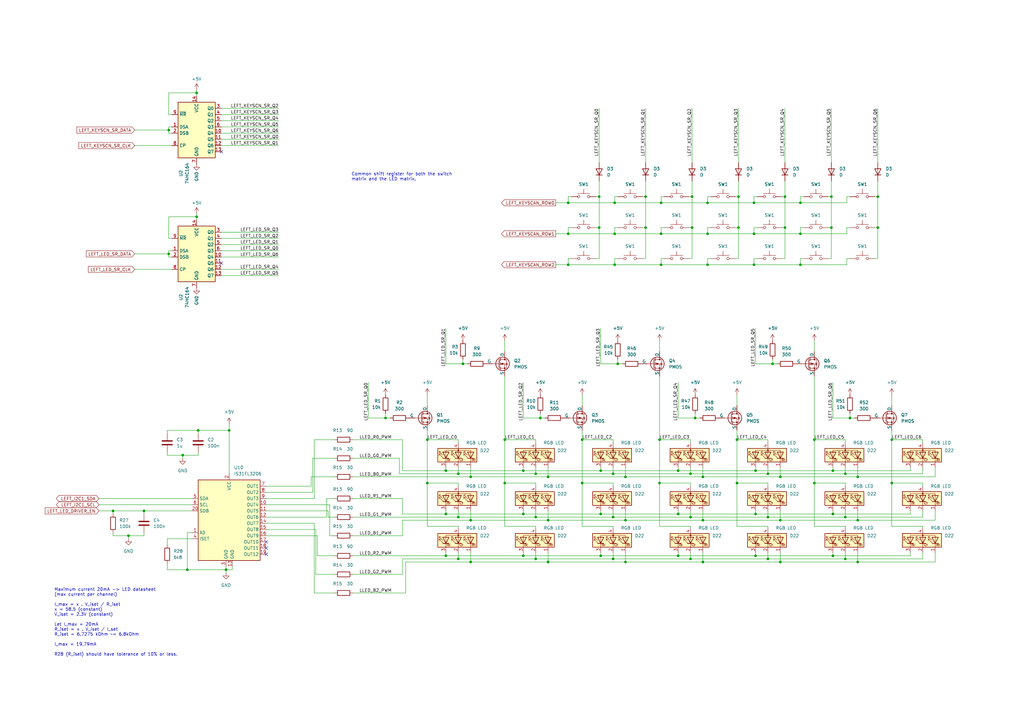
<source format=kicad_sch>
(kicad_sch (version 20230121) (generator eeschema)
  (paper "A3")
  (junction (at 251.46 212.09))
  (junction (at 69.215 53.34))
  (junction (at 283.21 212.09))
  (junction (at 214.63 210.82))
  (junction (at 233.045 108.585))
  (junction (at 309.88 210.82))
  (junction (at 340.995 80.645))
  (junction (at 92.71 233.68))
  (junction (at 224.79 213.36))
  (junction (at 219.71 229.235))
  (junction (at 290.195 108.585))
  (junction (at 283.21 229.235))
  (junction (at 290.195 95.885))
  (junction (at 256.54 195.58))
  (junction (at 253.365 149.225))
  (junction (at 285.115 171.45))
  (junction (at 271.145 108.585))
  (junction (at 283.845 80.645))
  (junction (at 302.26 180.34))
  (junction (at 256.54 230.505))
  (junction (at 221.615 171.45))
  (junction (at 316.865 149.225))
  (junction (at 252.095 108.585))
  (junction (at 182.88 193.04))
  (junction (at 290.195 83.185))
  (junction (at 351.79 213.36))
  (junction (at 245.745 93.345))
  (junction (at 193.04 213.36))
  (junction (at 214.63 227.965))
  (junction (at 320.04 195.58))
  (junction (at 321.945 80.645))
  (junction (at 80.645 88.9))
  (junction (at 246.38 227.965))
  (junction (at 360.045 80.645))
  (junction (at 334.01 198.12))
  (junction (at 278.13 227.965))
  (junction (at 246.38 193.04))
  (junction (at 175.26 198.12))
  (junction (at 224.79 230.505))
  (junction (at 193.04 195.58))
  (junction (at 270.51 198.12))
  (junction (at 309.88 193.04))
  (junction (at 278.13 210.82))
  (junction (at 278.13 193.04))
  (junction (at 251.46 229.235))
  (junction (at 175.26 180.34))
  (junction (at 340.995 93.345))
  (junction (at 314.96 229.235))
  (junction (at 309.245 83.185))
  (junction (at 251.46 194.31))
  (junction (at 351.79 230.505))
  (junction (at 309.88 227.965))
  (junction (at 314.96 212.09))
  (junction (at 302.895 93.345))
  (junction (at 288.29 213.36))
  (junction (at 193.04 230.505))
  (junction (at 252.095 83.185))
  (junction (at 365.76 198.12))
  (junction (at 341.63 210.82))
  (junction (at 187.96 194.31))
  (junction (at 302.26 198.12))
  (junction (at 271.145 95.885))
  (junction (at 283.845 93.345))
  (junction (at 246.38 210.82))
  (junction (at 207.01 198.12))
  (junction (at 233.045 95.885))
  (junction (at 46.355 209.55))
  (junction (at 328.295 108.585))
  (junction (at 348.615 171.45))
  (junction (at 187.96 212.09))
  (junction (at 328.295 83.185))
  (junction (at 264.795 80.645))
  (junction (at 320.04 213.36))
  (junction (at 288.29 230.505))
  (junction (at 214.63 193.04))
  (junction (at 182.88 210.82))
  (junction (at 69.215 104.14))
  (junction (at 346.71 229.235))
  (junction (at 334.01 180.34))
  (junction (at 341.63 227.965))
  (junction (at 187.96 229.235))
  (junction (at 320.04 230.505))
  (junction (at 182.88 227.965))
  (junction (at 80.645 38.1))
  (junction (at 271.145 83.185))
  (junction (at 270.51 180.34))
  (junction (at 238.76 180.34))
  (junction (at 93.98 176.53))
  (junction (at 233.045 83.185))
  (junction (at 346.71 212.09))
  (junction (at 81.28 176.53))
  (junction (at 52.705 219.71))
  (junction (at 309.245 95.885))
  (junction (at 351.79 195.58))
  (junction (at 256.54 213.36))
  (junction (at 328.295 95.885))
  (junction (at 219.71 194.31))
  (junction (at 76.835 233.68))
  (junction (at 189.865 149.225))
  (junction (at 302.895 80.645))
  (junction (at 321.945 93.345))
  (junction (at 219.71 212.09))
  (junction (at 252.095 95.885))
  (junction (at 245.745 80.645))
  (junction (at 283.21 194.31))
  (junction (at 224.79 195.58))
  (junction (at 341.63 193.04))
  (junction (at 59.055 209.55))
  (junction (at 288.29 195.58))
  (junction (at 74.93 186.69))
  (junction (at 309.245 108.585))
  (junction (at 314.96 194.31))
  (junction (at 158.115 171.45))
  (junction (at 365.76 180.34))
  (junction (at 346.71 194.31))
  (junction (at 360.045 93.345))
  (junction (at 207.01 180.34))
  (junction (at 238.76 198.12))
  (junction (at 264.795 93.345))
  (no_connect (at 109.22 227.33))
  (no_connect (at 109.22 222.25))
  (no_connect (at 109.22 224.79))
  (no_connect (at 90.805 107.95))
  (no_connect (at 90.805 62.23))
  (wire (pts (xy 246.38 227.965) (xy 278.13 227.965)))
  (wire (pts (xy 137.16 243.205) (xy 128.905 243.205)))
  (wire (pts (xy 302.26 180.34) (xy 314.96 180.34)))
  (wire (pts (xy 90.805 52.07) (xy 114.3 52.07)))
  (wire (pts (xy 346.71 194.31) (xy 378.46 194.31)))
  (wire (pts (xy 309.88 209.55) (xy 309.88 210.82)))
  (wire (pts (xy 223.52 171.45) (xy 221.615 171.45)))
  (wire (pts (xy 282.575 93.345) (xy 283.845 93.345)))
  (wire (pts (xy 90.805 105.41) (xy 114.3 105.41)))
  (wire (pts (xy 90.805 54.61) (xy 114.3 54.61)))
  (wire (pts (xy 81.28 176.53) (xy 81.28 177.8)))
  (wire (pts (xy 187.96 226.695) (xy 187.96 229.235)))
  (wire (pts (xy 360.045 44.45) (xy 360.045 66.675)))
  (wire (pts (xy 347.345 93.345) (xy 348.615 93.345)))
  (wire (pts (xy 340.995 74.295) (xy 340.995 80.645)))
  (wire (pts (xy 290.195 80.645) (xy 290.195 83.185)))
  (wire (pts (xy 55.245 53.34) (xy 69.215 53.34)))
  (wire (pts (xy 271.145 108.585) (xy 290.195 108.585)))
  (wire (pts (xy 165.1 213.36) (xy 193.04 213.36)))
  (wire (pts (xy 246.38 149.225) (xy 246.38 134.62)))
  (wire (pts (xy 321.945 80.645) (xy 321.945 93.345)))
  (wire (pts (xy 360.045 106.045) (xy 358.775 106.045)))
  (wire (pts (xy 264.795 106.045) (xy 263.525 106.045)))
  (wire (pts (xy 233.045 106.045) (xy 233.045 108.585)))
  (wire (pts (xy 348.615 169.545) (xy 348.615 171.45)))
  (wire (pts (xy 224.79 230.505) (xy 256.54 230.505)))
  (wire (pts (xy 234.315 106.045) (xy 233.045 106.045)))
  (wire (pts (xy 219.71 212.09) (xy 251.46 212.09)))
  (wire (pts (xy 321.945 93.345) (xy 321.945 106.045)))
  (wire (pts (xy 309.88 149.225) (xy 309.88 134.62)))
  (wire (pts (xy 219.71 194.31) (xy 251.46 194.31)))
  (wire (pts (xy 341.63 171.45) (xy 348.615 171.45)))
  (wire (pts (xy 74.93 186.69) (xy 74.93 187.96)))
  (wire (pts (xy 90.805 95.25) (xy 114.3 95.25)))
  (wire (pts (xy 341.63 209.55) (xy 341.63 210.82)))
  (wire (pts (xy 346.71 198.12) (xy 334.01 198.12)))
  (wire (pts (xy 283.21 229.235) (xy 314.96 229.235)))
  (wire (pts (xy 314.96 198.12) (xy 302.26 198.12)))
  (wire (pts (xy 69.215 104.14) (xy 69.215 102.87)))
  (wire (pts (xy 144.78 204.47) (xy 165.1 204.47)))
  (wire (pts (xy 90.805 113.03) (xy 114.3 113.03)))
  (wire (pts (xy 309.245 95.885) (xy 328.295 95.885)))
  (wire (pts (xy 271.145 83.185) (xy 290.195 83.185)))
  (wire (pts (xy 270.51 180.34) (xy 283.21 180.34)))
  (wire (pts (xy 365.76 161.925) (xy 365.76 166.37)))
  (wire (pts (xy 144.78 212.09) (xy 187.96 212.09)))
  (wire (pts (xy 283.21 191.77) (xy 283.21 194.31)))
  (wire (pts (xy 252.095 95.885) (xy 271.145 95.885)))
  (wire (pts (xy 92.71 232.41) (xy 92.71 233.68)))
  (wire (pts (xy 348.615 106.045) (xy 347.345 106.045)))
  (wire (pts (xy 256.54 213.36) (xy 288.29 213.36)))
  (wire (pts (xy 191.77 149.225) (xy 189.865 149.225)))
  (wire (pts (xy 334.01 215.9) (xy 346.71 215.9)))
  (wire (pts (xy 80.645 36.83) (xy 80.645 38.1)))
  (wire (pts (xy 290.195 106.045) (xy 290.195 108.585)))
  (wire (pts (xy 310.515 80.645) (xy 309.245 80.645)))
  (wire (pts (xy 144.78 227.965) (xy 182.88 227.965)))
  (wire (pts (xy 314.96 199.39) (xy 314.96 198.12)))
  (wire (pts (xy 92.71 233.68) (xy 92.71 234.95)))
  (wire (pts (xy 278.13 191.77) (xy 278.13 193.04)))
  (wire (pts (xy 175.26 176.53) (xy 175.26 180.34)))
  (wire (pts (xy 360.045 93.345) (xy 360.045 106.045)))
  (wire (pts (xy 314.96 181.61) (xy 314.96 180.34)))
  (wire (pts (xy 270.51 198.12) (xy 270.51 215.9)))
  (wire (pts (xy 351.79 195.58) (xy 383.54 195.58)))
  (wire (pts (xy 373.38 226.695) (xy 373.38 227.965)))
  (wire (pts (xy 158.115 169.545) (xy 158.115 171.45)))
  (wire (pts (xy 214.63 210.82) (xy 246.38 210.82)))
  (wire (pts (xy 144.78 235.585) (xy 165.1 235.585)))
  (wire (pts (xy 76.835 218.44) (xy 76.835 233.68)))
  (wire (pts (xy 341.63 171.45) (xy 341.63 156.845)))
  (wire (pts (xy 163.83 194.31) (xy 187.96 194.31)))
  (wire (pts (xy 256.54 230.505) (xy 288.29 230.505)))
  (wire (pts (xy 233.045 95.885) (xy 252.095 95.885)))
  (wire (pts (xy 134.62 212.09) (xy 134.62 209.55)))
  (wire (pts (xy 187.96 229.235) (xy 219.71 229.235)))
  (wire (pts (xy 137.16 219.71) (xy 135.255 219.71)))
  (wire (pts (xy 68.58 185.42) (xy 68.58 186.69)))
  (wire (pts (xy 224.79 195.58) (xy 256.54 195.58)))
  (wire (pts (xy 193.04 195.58) (xy 224.79 195.58)))
  (wire (pts (xy 351.79 209.55) (xy 351.79 213.36)))
  (wire (pts (xy 283.21 181.61) (xy 283.21 180.34)))
  (wire (pts (xy 270.51 180.34) (xy 270.51 198.12)))
  (wire (pts (xy 314.96 226.695) (xy 314.96 229.235)))
  (wire (pts (xy 69.215 104.14) (xy 69.215 105.41)))
  (wire (pts (xy 302.895 74.295) (xy 302.895 80.645)))
  (wire (pts (xy 214.63 171.45) (xy 214.63 156.845)))
  (wire (pts (xy 360.045 74.295) (xy 360.045 80.645)))
  (wire (pts (xy 92.71 233.68) (xy 95.25 233.68)))
  (wire (pts (xy 129.54 217.17) (xy 109.22 217.17)))
  (wire (pts (xy 134.62 209.55) (xy 109.22 209.55)))
  (wire (pts (xy 165.1 210.82) (xy 182.88 210.82)))
  (wire (pts (xy 351.79 213.36) (xy 383.54 213.36)))
  (wire (pts (xy 346.71 229.235) (xy 378.46 229.235)))
  (wire (pts (xy 302.895 93.345) (xy 302.895 106.045)))
  (wire (pts (xy 76.835 233.68) (xy 92.71 233.68)))
  (wire (pts (xy 270.51 215.9) (xy 283.21 215.9)))
  (wire (pts (xy 263.525 80.645) (xy 264.795 80.645)))
  (wire (pts (xy 187.96 199.39) (xy 187.96 198.12)))
  (wire (pts (xy 90.805 59.69) (xy 114.3 59.69)))
  (wire (pts (xy 320.04 213.36) (xy 351.79 213.36)))
  (wire (pts (xy 193.04 209.55) (xy 193.04 213.36)))
  (wire (pts (xy 334.01 180.34) (xy 346.71 180.34)))
  (wire (pts (xy 163.83 187.96) (xy 163.83 194.31)))
  (wire (pts (xy 270.51 139.7) (xy 270.51 144.145)))
  (wire (pts (xy 358.775 80.645) (xy 360.045 80.645)))
  (wire (pts (xy 288.29 209.55) (xy 288.29 213.36)))
  (wire (pts (xy 144.78 219.71) (xy 165.1 219.71)))
  (wire (pts (xy 166.37 243.205) (xy 166.37 230.505)))
  (wire (pts (xy 175.26 215.9) (xy 187.96 215.9)))
  (wire (pts (xy 137.16 235.585) (xy 129.54 235.585)))
  (wire (pts (xy 264.795 80.645) (xy 264.795 93.345)))
  (wire (pts (xy 290.195 83.185) (xy 309.245 83.185)))
  (wire (pts (xy 252.095 80.645) (xy 252.095 83.185)))
  (wire (pts (xy 310.515 93.345) (xy 309.245 93.345)))
  (wire (pts (xy 69.215 105.41) (xy 70.485 105.41)))
  (wire (pts (xy 278.13 193.04) (xy 309.88 193.04)))
  (wire (pts (xy 193.04 213.36) (xy 224.79 213.36)))
  (wire (pts (xy 207.01 180.34) (xy 207.01 198.12)))
  (wire (pts (xy 182.88 191.77) (xy 182.88 193.04)))
  (wire (pts (xy 378.46 215.9) (xy 378.46 216.535)))
  (wire (pts (xy 246.38 191.77) (xy 246.38 193.04)))
  (wire (pts (xy 128.905 243.205) (xy 128.905 214.63)))
  (wire (pts (xy 287.02 171.45) (xy 285.115 171.45)))
  (wire (pts (xy 290.195 93.345) (xy 290.195 95.885)))
  (wire (pts (xy 264.795 93.345) (xy 264.795 106.045)))
  (wire (pts (xy 151.13 171.45) (xy 158.115 171.45)))
  (wire (pts (xy 251.46 191.77) (xy 251.46 194.31)))
  (wire (pts (xy 165.1 180.34) (xy 165.1 193.04)))
  (wire (pts (xy 219.71 226.695) (xy 219.71 229.235)))
  (wire (pts (xy 314.96 212.09) (xy 346.71 212.09)))
  (wire (pts (xy 283.21 198.12) (xy 270.51 198.12)))
  (wire (pts (xy 128.905 204.47) (xy 109.22 204.47)))
  (wire (pts (xy 346.71 209.55) (xy 346.71 212.09)))
  (wire (pts (xy 182.88 193.04) (xy 214.63 193.04)))
  (wire (pts (xy 69.215 88.9) (xy 80.645 88.9)))
  (wire (pts (xy 346.71 199.39) (xy 346.71 198.12)))
  (wire (pts (xy 233.045 108.585) (xy 252.095 108.585)))
  (wire (pts (xy 309.88 227.965) (xy 341.63 227.965)))
  (wire (pts (xy 328.295 93.345) (xy 328.295 95.885)))
  (wire (pts (xy 283.845 74.295) (xy 283.845 80.645)))
  (wire (pts (xy 219.71 181.61) (xy 219.71 180.34)))
  (wire (pts (xy 283.21 226.695) (xy 283.21 229.235)))
  (wire (pts (xy 320.04 195.58) (xy 351.79 195.58)))
  (wire (pts (xy 339.725 80.645) (xy 340.995 80.645)))
  (wire (pts (xy 320.04 209.55) (xy 320.04 213.36)))
  (wire (pts (xy 238.76 215.9) (xy 251.46 215.9)))
  (wire (pts (xy 182.88 210.82) (xy 214.63 210.82)))
  (wire (pts (xy 137.16 195.58) (xy 127.635 195.58)))
  (wire (pts (xy 365.76 198.12) (xy 365.76 215.9)))
  (wire (pts (xy 69.215 46.99) (xy 70.485 46.99)))
  (wire (pts (xy 128.905 180.34) (xy 128.905 204.47)))
  (wire (pts (xy 291.465 80.645) (xy 290.195 80.645)))
  (wire (pts (xy 334.01 154.305) (xy 334.01 180.34)))
  (wire (pts (xy 193.04 226.695) (xy 193.04 230.505)))
  (wire (pts (xy 309.245 93.345) (xy 309.245 95.885)))
  (wire (pts (xy 69.215 53.34) (xy 69.215 52.07)))
  (wire (pts (xy 214.63 193.04) (xy 246.38 193.04)))
  (wire (pts (xy 52.705 219.71) (xy 52.705 220.98)))
  (wire (pts (xy 238.76 161.925) (xy 238.76 166.37)))
  (wire (pts (xy 78.74 218.44) (xy 76.835 218.44)))
  (wire (pts (xy 285.115 169.545) (xy 285.115 171.45)))
  (wire (pts (xy 187.96 191.77) (xy 187.96 194.31)))
  (wire (pts (xy 253.365 147.32) (xy 253.365 149.225)))
  (wire (pts (xy 80.645 88.9) (xy 80.645 90.17)))
  (wire (pts (xy 207.01 180.34) (xy 219.71 180.34)))
  (wire (pts (xy 187.96 209.55) (xy 187.96 212.09)))
  (wire (pts (xy 68.58 231.14) (xy 68.58 233.68)))
  (wire (pts (xy 314.96 194.31) (xy 346.71 194.31)))
  (wire (pts (xy 302.26 161.925) (xy 302.26 166.37)))
  (wire (pts (xy 187.96 181.61) (xy 187.96 180.34)))
  (wire (pts (xy 187.96 198.12) (xy 175.26 198.12)))
  (wire (pts (xy 251.46 194.31) (xy 283.21 194.31)))
  (wire (pts (xy 341.63 227.965) (xy 373.38 227.965)))
  (wire (pts (xy 193.04 230.505) (xy 224.79 230.505)))
  (wire (pts (xy 90.805 46.99) (xy 114.3 46.99)))
  (wire (pts (xy 245.745 80.645) (xy 245.745 93.345)))
  (wire (pts (xy 68.58 233.68) (xy 76.835 233.68)))
  (wire (pts (xy 59.055 209.55) (xy 59.055 210.82)))
  (wire (pts (xy 314.96 229.235) (xy 346.71 229.235)))
  (wire (pts (xy 182.88 149.225) (xy 189.865 149.225)))
  (wire (pts (xy 137.16 180.34) (xy 128.905 180.34)))
  (wire (pts (xy 253.365 106.045) (xy 252.095 106.045)))
  (wire (pts (xy 302.26 180.34) (xy 302.26 198.12)))
  (wire (pts (xy 95.25 233.68) (xy 95.25 232.41)))
  (wire (pts (xy 347.345 83.185) (xy 347.345 80.645)))
  (wire (pts (xy 378.46 209.55) (xy 378.46 212.09)))
  (wire (pts (xy 283.21 199.39) (xy 283.21 198.12)))
  (wire (pts (xy 40.64 209.55) (xy 46.355 209.55)))
  (wire (pts (xy 40.64 207.01) (xy 78.74 207.01)))
  (wire (pts (xy 193.04 191.77) (xy 193.04 195.58)))
  (wire (pts (xy 182.88 209.55) (xy 182.88 210.82)))
  (wire (pts (xy 207.01 215.9) (xy 219.71 215.9)))
  (wire (pts (xy 320.675 80.645) (xy 321.945 80.645)))
  (wire (pts (xy 341.63 193.04) (xy 373.38 193.04)))
  (wire (pts (xy 271.145 93.345) (xy 271.145 95.885)))
  (wire (pts (xy 46.355 209.55) (xy 46.355 210.82)))
  (wire (pts (xy 175.26 198.12) (xy 175.26 215.9)))
  (wire (pts (xy 238.76 198.12) (xy 238.76 215.9)))
  (wire (pts (xy 283.21 194.31) (xy 314.96 194.31)))
  (wire (pts (xy 283.845 93.345) (xy 283.845 106.045)))
  (wire (pts (xy 278.13 210.82) (xy 309.88 210.82)))
  (wire (pts (xy 383.54 209.55) (xy 383.54 213.36)))
  (wire (pts (xy 165.1 235.585) (xy 165.1 229.235)))
  (wire (pts (xy 214.63 191.77) (xy 214.63 193.04)))
  (wire (pts (xy 55.245 59.69) (xy 70.485 59.69)))
  (wire (pts (xy 251.46 229.235) (xy 283.21 229.235)))
  (wire (pts (xy 78.74 220.98) (xy 68.58 220.98)))
  (wire (pts (xy 68.58 186.69) (xy 74.93 186.69)))
  (wire (pts (xy 282.575 80.645) (xy 283.845 80.645)))
  (wire (pts (xy 245.745 74.295) (xy 245.745 80.645)))
  (wire (pts (xy 309.88 191.77) (xy 309.88 193.04)))
  (wire (pts (xy 251.46 198.12) (xy 238.76 198.12)))
  (wire (pts (xy 189.865 147.32) (xy 189.865 149.225)))
  (wire (pts (xy 128.27 201.93) (xy 109.22 201.93)))
  (wire (pts (xy 252.095 83.185) (xy 271.145 83.185)))
  (wire (pts (xy 133.985 212.09) (xy 109.22 212.09)))
  (wire (pts (xy 328.295 83.185) (xy 347.345 83.185)))
  (wire (pts (xy 383.54 191.77) (xy 383.54 195.58)))
  (wire (pts (xy 234.315 80.645) (xy 233.045 80.645)))
  (wire (pts (xy 288.29 213.36) (xy 320.04 213.36)))
  (wire (pts (xy 334.01 139.7) (xy 334.01 144.145)))
  (wire (pts (xy 290.195 108.585) (xy 309.245 108.585)))
  (wire (pts (xy 271.145 95.885) (xy 290.195 95.885)))
  (wire (pts (xy 224.79 191.77) (xy 224.79 195.58)))
  (wire (pts (xy 309.88 149.225) (xy 316.865 149.225)))
  (wire (pts (xy 246.38 210.82) (xy 278.13 210.82)))
  (wire (pts (xy 256.54 226.695) (xy 256.54 230.505)))
  (wire (pts (xy 74.93 186.69) (xy 81.28 186.69)))
  (wire (pts (xy 69.215 38.1) (xy 80.645 38.1)))
  (wire (pts (xy 219.71 199.39) (xy 219.71 198.12)))
  (wire (pts (xy 378.46 199.39) (xy 378.46 198.12)))
  (wire (pts (xy 187.96 215.9) (xy 187.96 216.535)))
  (wire (pts (xy 175.26 180.34) (xy 187.96 180.34)))
  (wire (pts (xy 302.26 176.53) (xy 302.26 180.34)))
  (wire (pts (xy 46.355 218.44) (xy 46.355 219.71)))
  (wire (pts (xy 165.1 193.04) (xy 182.88 193.04)))
  (wire (pts (xy 329.565 93.345) (xy 328.295 93.345)))
  (wire (pts (xy 339.725 93.345) (xy 340.995 93.345)))
  (wire (pts (xy 175.26 180.34) (xy 175.26 198.12)))
  (wire (pts (xy 129.54 235.585) (xy 129.54 217.17)))
  (wire (pts (xy 182.88 226.695) (xy 182.88 227.965)))
  (wire (pts (xy 251.46 199.39) (xy 251.46 198.12)))
  (wire (pts (xy 321.945 74.295) (xy 321.945 80.645)))
  (wire (pts (xy 165.1 219.71) (xy 165.1 213.36)))
  (wire (pts (xy 214.63 227.965) (xy 246.38 227.965)))
  (wire (pts (xy 233.045 80.645) (xy 233.045 83.185)))
  (wire (pts (xy 301.625 93.345) (xy 302.895 93.345)))
  (wire (pts (xy 55.245 104.14) (xy 69.215 104.14)))
  (wire (pts (xy 227.965 95.885) (xy 233.045 95.885)))
  (wire (pts (xy 256.54 195.58) (xy 288.29 195.58)))
  (wire (pts (xy 264.795 74.295) (xy 264.795 80.645)))
  (wire (pts (xy 182.88 227.965) (xy 214.63 227.965)))
  (wire (pts (xy 144.78 243.205) (xy 166.37 243.205)))
  (wire (pts (xy 246.38 149.225) (xy 253.365 149.225)))
  (wire (pts (xy 346.71 226.695) (xy 346.71 229.235)))
  (wire (pts (xy 52.705 219.71) (xy 59.055 219.71)))
  (wire (pts (xy 227.965 108.585) (xy 233.045 108.585)))
  (wire (pts (xy 90.805 100.33) (xy 114.3 100.33)))
  (wire (pts (xy 68.58 177.8) (xy 68.58 176.53)))
  (wire (pts (xy 290.195 95.885) (xy 309.245 95.885)))
  (wire (pts (xy 251.46 212.09) (xy 283.21 212.09)))
  (wire (pts (xy 351.79 226.695) (xy 351.79 230.505)))
  (wire (pts (xy 144.78 187.96) (xy 163.83 187.96)))
  (wire (pts (xy 278.13 171.45) (xy 278.13 156.845)))
  (wire (pts (xy 227.965 83.185) (xy 233.045 83.185)))
  (wire (pts (xy 81.28 176.53) (xy 93.98 176.53)))
  (wire (pts (xy 69.215 97.79) (xy 69.215 88.9)))
  (wire (pts (xy 320.04 191.77) (xy 320.04 195.58)))
  (wire (pts (xy 272.415 106.045) (xy 271.145 106.045)))
  (wire (pts (xy 90.805 57.15) (xy 114.3 57.15)))
  (wire (pts (xy 309.88 210.82) (xy 341.63 210.82)))
  (wire (pts (xy 69.215 54.61) (xy 70.485 54.61)))
  (wire (pts (xy 328.295 95.885) (xy 347.345 95.885)))
  (wire (pts (xy 80.645 38.1) (xy 80.645 39.37)))
  (wire (pts (xy 288.29 195.58) (xy 320.04 195.58)))
  (wire (pts (xy 165.1 229.235) (xy 187.96 229.235)))
  (wire (pts (xy 221.615 169.545) (xy 221.615 171.45)))
  (wire (pts (xy 365.76 215.9) (xy 378.46 215.9)))
  (wire (pts (xy 256.54 191.77) (xy 256.54 195.58)))
  (wire (pts (xy 329.565 80.645) (xy 328.295 80.645)))
  (wire (pts (xy 69.215 53.34) (xy 69.215 54.61)))
  (wire (pts (xy 278.13 227.965) (xy 309.88 227.965)))
  (wire (pts (xy 340.995 80.645) (xy 340.995 93.345)))
  (wire (pts (xy 130.175 227.965) (xy 130.175 219.71)))
  (wire (pts (xy 256.54 209.55) (xy 256.54 213.36)))
  (wire (pts (xy 378.46 191.77) (xy 378.46 194.31)))
  (wire (pts (xy 270.51 154.305) (xy 270.51 180.34)))
  (wire (pts (xy 340.995 44.45) (xy 340.995 66.675)))
  (wire (pts (xy 320.04 226.695) (xy 320.04 230.505)))
  (wire (pts (xy 238.76 180.34) (xy 251.46 180.34)))
  (wire (pts (xy 224.79 209.55) (xy 224.79 213.36)))
  (wire (pts (xy 283.845 80.645) (xy 283.845 93.345)))
  (wire (pts (xy 264.795 44.45) (xy 264.795 66.675)))
  (wire (pts (xy 234.315 93.345) (xy 233.045 93.345)))
  (wire (pts (xy 271.145 106.045) (xy 271.145 108.585)))
  (wire (pts (xy 90.805 110.49) (xy 114.3 110.49)))
  (wire (pts (xy 316.865 147.32) (xy 316.865 149.225)))
  (wire (pts (xy 127.635 199.39) (xy 109.22 199.39)))
  (wire (pts (xy 373.38 191.77) (xy 373.38 193.04)))
  (wire (pts (xy 283.21 209.55) (xy 283.21 212.09)))
  (wire (pts (xy 137.16 187.96) (xy 128.27 187.96)))
  (wire (pts (xy 318.77 149.225) (xy 316.865 149.225)))
  (wire (pts (xy 69.215 97.79) (xy 70.485 97.79)))
  (wire (pts (xy 245.745 93.345) (xy 245.745 106.045)))
  (wire (pts (xy 245.745 106.045) (xy 244.475 106.045)))
  (wire (pts (xy 69.215 46.99) (xy 69.215 38.1)))
  (wire (pts (xy 137.16 227.965) (xy 130.175 227.965)))
  (wire (pts (xy 244.475 93.345) (xy 245.745 93.345)))
  (wire (pts (xy 272.415 93.345) (xy 271.145 93.345)))
  (wire (pts (xy 90.805 44.45) (xy 114.3 44.45)))
  (wire (pts (xy 291.465 93.345) (xy 290.195 93.345)))
  (wire (pts (xy 70.485 52.07) (xy 69.215 52.07)))
  (wire (pts (xy 360.045 80.645) (xy 360.045 93.345)))
  (wire (pts (xy 93.98 176.53) (xy 93.98 194.31)))
  (wire (pts (xy 341.63 226.695) (xy 341.63 227.965)))
  (wire (pts (xy 207.01 198.12) (xy 207.01 215.9)))
  (wire (pts (xy 224.79 226.695) (xy 224.79 230.505)))
  (wire (pts (xy 346.71 181.61) (xy 346.71 180.34)))
  (wire (pts (xy 81.28 186.69) (xy 81.28 185.42)))
  (wire (pts (xy 378.46 198.12) (xy 365.76 198.12)))
  (wire (pts (xy 80.645 87.63) (xy 80.645 88.9)))
  (wire (pts (xy 328.295 80.645) (xy 328.295 83.185)))
  (wire (pts (xy 135.255 219.71) (xy 135.255 207.01)))
  (wire (pts (xy 128.905 214.63) (xy 109.22 214.63)))
  (wire (pts (xy 244.475 80.645) (xy 245.745 80.645)))
  (wire (pts (xy 165.1 204.47) (xy 165.1 210.82)))
  (wire (pts (xy 137.16 212.09) (xy 134.62 212.09)))
  (wire (pts (xy 246.38 209.55) (xy 246.38 210.82)))
  (wire (pts (xy 246.38 226.695) (xy 246.38 227.965)))
  (wire (pts (xy 341.63 210.82) (xy 373.38 210.82)))
  (wire (pts (xy 288.29 230.505) (xy 320.04 230.505)))
  (wire (pts (xy 133.985 204.47) (xy 133.985 212.09)))
  (wire (pts (xy 309.245 83.185) (xy 328.295 83.185)))
  (wire (pts (xy 187.96 194.31) (xy 219.71 194.31)))
  (wire (pts (xy 347.345 95.885) (xy 347.345 93.345)))
  (wire (pts (xy 130.175 219.71) (xy 109.22 219.71)))
  (wire (pts (xy 214.63 171.45) (xy 221.615 171.45)))
  (wire (pts (xy 314.96 191.77) (xy 314.96 194.31)))
  (wire (pts (xy 182.88 149.225) (xy 182.88 134.62)))
  (wire (pts (xy 263.525 93.345) (xy 264.795 93.345)))
  (wire (pts (xy 40.64 204.47) (xy 78.74 204.47)))
  (wire (pts (xy 309.245 108.585) (xy 328.295 108.585)))
  (wire (pts (xy 346.71 191.77) (xy 346.71 194.31)))
  (wire (pts (xy 278.13 226.695) (xy 278.13 227.965)))
  (wire (pts (xy 224.79 213.36) (xy 256.54 213.36)))
  (wire (pts (xy 288.29 226.695) (xy 288.29 230.505)))
  (wire (pts (xy 347.345 106.045) (xy 347.345 108.585)))
  (wire (pts (xy 68.58 220.98) (xy 68.58 223.52)))
  (wire (pts (xy 314.96 209.55) (xy 314.96 212.09)))
  (wire (pts (xy 302.26 215.9) (xy 314.96 215.9)))
  (wire (pts (xy 46.355 219.71) (xy 52.705 219.71)))
  (wire (pts (xy 127.635 195.58) (xy 127.635 199.39)))
  (wire (pts (xy 373.38 209.55) (xy 373.38 210.82)))
  (wire (pts (xy 358.775 93.345) (xy 360.045 93.345)))
  (wire (pts (xy 252.095 106.045) (xy 252.095 108.585)))
  (wire (pts (xy 365.76 180.34) (xy 378.46 180.34)))
  (wire (pts (xy 309.88 193.04) (xy 341.63 193.04)))
  (wire (pts (xy 151.13 171.45) (xy 151.13 156.845)))
  (wire (pts (xy 328.295 108.585) (xy 347.345 108.585)))
  (wire (pts (xy 251.46 181.61) (xy 251.46 180.34)))
  (wire (pts (xy 59.055 219.71) (xy 59.055 218.44)))
  (wire (pts (xy 334.01 180.34) (xy 334.01 198.12)))
  (wire (pts (xy 207.01 154.305) (xy 207.01 180.34)))
  (wire (pts (xy 283.21 212.09) (xy 314.96 212.09)))
  (wire (pts (xy 272.415 80.645) (xy 271.145 80.645)))
  (wire (pts (xy 187.96 212.09) (xy 219.71 212.09)))
  (wire (pts (xy 302.895 80.645) (xy 302.895 93.345)))
  (wire (pts (xy 283.845 106.045) (xy 282.575 106.045)))
  (wire (pts (xy 310.515 106.045) (xy 309.245 106.045)))
  (wire (pts (xy 365.76 180.34) (xy 365.76 198.12)))
  (wire (pts (xy 59.055 209.55) (xy 78.74 209.55)))
  (wire (pts (xy 309.245 80.645) (xy 309.245 83.185)))
  (wire (pts (xy 144.78 195.58) (xy 193.04 195.58)))
  (wire (pts (xy 309.245 106.045) (xy 309.245 108.585)))
  (wire (pts (xy 383.54 226.695) (xy 383.54 230.505)))
  (wire (pts (xy 135.255 207.01) (xy 109.22 207.01)))
  (wire (pts (xy 278.13 171.45) (xy 285.115 171.45)))
  (wire (pts (xy 90.805 102.87) (xy 114.3 102.87)))
  (wire (pts (xy 144.78 180.34) (xy 165.1 180.34)))
  (wire (pts (xy 334.01 198.12) (xy 334.01 215.9)))
  (wire (pts (xy 351.79 230.505) (xy 383.54 230.505)))
  (wire (pts (xy 350.52 171.45) (xy 348.615 171.45)))
  (wire (pts (xy 302.895 106.045) (xy 301.625 106.045)))
  (wire (pts (xy 251.46 215.9) (xy 251.46 216.535)))
  (wire (pts (xy 246.38 193.04) (xy 278.13 193.04)))
  (wire (pts (xy 378.46 181.61) (xy 378.46 180.34)))
  (wire (pts (xy 252.095 108.585) (xy 271.145 108.585)))
  (wire (pts (xy 328.295 106.045) (xy 328.295 108.585)))
  (wire (pts (xy 90.805 97.79) (xy 114.3 97.79)))
  (wire (pts (xy 321.945 106.045) (xy 320.675 106.045)))
  (wire (pts (xy 340.995 106.045) (xy 339.725 106.045)))
  (wire (pts (xy 314.96 215.9) (xy 314.96 216.535)))
  (wire (pts (xy 219.71 209.55) (xy 219.71 212.09)))
  (wire (pts (xy 251.46 226.695) (xy 251.46 229.235)))
  (wire (pts (xy 320.04 230.505) (xy 351.79 230.505)))
  (wire (pts (xy 252.095 93.345) (xy 252.095 95.885)))
  (wire (pts (xy 302.895 44.45) (xy 302.895 66.675)))
  (wire (pts (xy 219.71 198.12) (xy 207.01 198.12)))
  (wire (pts (xy 301.625 80.645) (xy 302.895 80.645)))
  (wire (pts (xy 341.63 191.77) (xy 341.63 193.04)))
  (wire (pts (xy 219.71 215.9) (xy 219.71 216.535)))
  (wire (pts (xy 233.045 83.185) (xy 252.095 83.185)))
  (wire (pts (xy 320.675 93.345) (xy 321.945 93.345)))
  (wire (pts (xy 291.465 106.045) (xy 290.195 106.045)))
  (wire (pts (xy 278.13 209.55) (xy 278.13 210.82)))
  (wire (pts (xy 90.805 49.53) (xy 114.3 49.53)))
  (wire (pts (xy 166.37 230.505) (xy 193.04 230.505)))
  (wire (pts (xy 283.845 44.45) (xy 283.845 66.675)))
  (wire (pts (xy 219.71 191.77) (xy 219.71 194.31)))
  (wire (pts (xy 378.46 226.695) (xy 378.46 229.235)))
  (wire (pts (xy 283.21 215.9) (xy 283.21 216.535)))
  (wire (pts (xy 137.16 204.47) (xy 133.985 204.47)))
  (wire (pts (xy 365.76 176.53) (xy 365.76 180.34)))
  (wire (pts (xy 302.26 198.12) (xy 302.26 215.9)))
  (wire (pts (xy 128.27 187.96) (xy 128.27 201.93)))
  (wire (pts (xy 288.29 191.77) (xy 288.29 195.58)))
  (wire (pts (xy 351.79 191.77) (xy 351.79 195.58)))
  (wire (pts (xy 238.76 176.53) (xy 238.76 180.34)))
  (wire (pts (xy 271.145 80.645) (xy 271.145 83.185)))
  (wire (pts (xy 253.365 93.345) (xy 252.095 93.345)))
  (wire (pts (xy 219.71 229.235) (xy 251.46 229.235)))
  (wire (pts (xy 347.345 80.645) (xy 348.615 80.645)))
  (wire (pts (xy 245.745 44.45) (xy 245.745 66.675)))
  (wire (pts (xy 214.63 209.55) (xy 214.63 210.82)))
  (wire (pts (xy 160.02 171.45) (xy 158.115 171.45)))
  (wire (pts (xy 238.76 180.34) (xy 238.76 198.12)))
  (wire (pts (xy 46.355 209.55) (xy 59.055 209.55)))
  (wire (pts (xy 175.26 161.925) (xy 175.26 166.37)))
  (wire (pts (xy 309.88 226.695) (xy 309.88 227.965)))
  (wire (pts (xy 255.27 149.225) (xy 253.365 149.225)))
  (wire (pts (xy 340.995 93.345) (xy 340.995 106.045)))
  (wire (pts (xy 70.485 102.87) (xy 69.215 102.87)))
  (wire (pts (xy 233.045 93.345) (xy 233.045 95.885)))
  (wire (pts (xy 321.945 44.45) (xy 321.945 66.675)))
  (wire (pts (xy 68.58 176.53) (xy 81.28 176.53)))
  (wire (pts (xy 346.71 215.9) (xy 346.71 216.535)))
  (wire (pts (xy 329.565 106.045) (xy 328.295 106.045)))
  (wire (pts (xy 207.01 139.7) (xy 207.01 144.145)))
  (wire (pts (xy 55.245 110.49) (xy 70.485 110.49)))
  (wire (pts (xy 253.365 80.645) (xy 252.095 80.645)))
  (wire (pts (xy 214.63 226.695) (xy 214.63 227.965)))
  (wire (pts (xy 251.46 209.55) (xy 251.46 212.09)))
  (wire (pts (xy 346.71 212.09) (xy 378.46 212.09)))
  (wire (pts (xy 93.98 173.99) (xy 93.98 176.53)))
  (text "Maximum current 20mA -> LED datasheet\n(max current per channel)\n\nI_max = x . V_iset / R_iset\nx = 58.5 (constant)\nV_iset = 2.3V (constant)\n\nLet I_max = 20mA\nR_iset = x . V_iset / I_set\nR_iset = 6.7275 kOhm ~= 6.8kOhm\n\nI_max = 19.79mA\n\nR28 (R_iset) should have tolerance of 10% or less." (at 22.225 269.24 0) (effects (font (size 1.27 1.27)) (justify left bottom)))
  (text "Common shift register for both the switch\nmatrix and the LED matrix." (at 144.145 74.295 0) (effects (font (size 1.27 1.27)) (justify left bottom)))
  (label "LEFT_KEYSCN_SR_Q3" (at 114.3 46.99 180))
  (label "LEFT_KEYSCN_SR_Q1" (at 114.3 59.69 180))
  (label "LEFT_KEYSCN_SR_Q6" (at 114.3 54.61 180))
  (label "LEFT_LED_C0" (at 175.26 180.34 0))
  (label "LEFT_LED_C4" (at 302.26 180.34 0))
  (label "LEFT_KEYSCN_SR_Q6" (at 360.045 44.45 270))
  (label "LEFT_KEYSCN_SR_Q5" (at 114.3 52.07 180))
  (label "LLED_B0_PWM" (at 160.655 195.58 180))
  (label "LLED_G1_PWM" (at 160.655 212.09 180))
  (label "LEFT_KEYSCN_SR_Q3" (at 302.895 44.45 270))
  (label "LEFT_KEYSCN_SR_Q2" (at 114.3 44.45 180))
  (label "LEFT_LED_SR_Q0" (at 114.3 102.87 180))
  (label "LEFT_LED_SR_Q2" (at 114.3 97.79 180))
  (label "LEFT_LED_C1" (at 207.01 180.34 0))
  (label "LEFT_LED_C3" (at 270.51 180.34 0))
  (label "LEFT_KEYSCN_SR_Q0" (at 114.3 57.15 180))
  (label "LLED_R1_PWM" (at 160.655 204.47 180))
  (label "LEFT_LED_SR_Q5" (at 309.88 134.62 270))
  (label "LEFT_LED_C2" (at 238.76 180.34 0))
  (label "LEFT_KEYSCN_SR_Q4" (at 114.3 49.53 180))
  (label "LEFT_LED_SR_Q1" (at 114.3 100.33 180))
  (label "LLED_B1_PWM" (at 160.655 219.71 180))
  (label "LLED_G0_PWM" (at 160.655 187.96 180))
  (label "LEFT_LED_SR_Q3" (at 246.38 134.62 270))
  (label "LEFT_LED_SR_Q6" (at 341.63 156.845 270))
  (label "LEFT_LED_C5" (at 334.01 180.34 0))
  (label "LEFT_LED_SR_Q1" (at 182.88 134.62 270))
  (label "LLED_R0_PWM" (at 160.655 180.34 180))
  (label "LEFT_KEYSCN_SR_Q0" (at 245.745 44.45 270))
  (label "LEFT_KEYSCN_SR_Q5" (at 340.995 44.45 270))
  (label "LLED_R2_PWM" (at 160.655 227.965 180))
  (label "LEFT_KEYSCN_SR_Q2" (at 283.845 44.45 270))
  (label "LEFT_LED_SR_Q4" (at 114.3 110.49 180))
  (label "LEFT_LED_SR_Q2" (at 214.63 156.845 270))
  (label "LEFT_LED_SR_Q3" (at 114.3 95.25 180))
  (label "LEFT_LED_SR_Q4" (at 278.13 156.845 270))
  (label "LEFT_KEYSCN_SR_Q4" (at 321.945 44.45 270))
  (label "LLED_G2_PWM" (at 160.655 235.585 180))
  (label "LEFT_LED_SR_Q6" (at 114.3 105.41 180))
  (label "LEFT_LED_C6" (at 365.76 180.34 0))
  (label "LLED_B2_PWM" (at 160.655 243.205 180))
  (label "LEFT_KEYSCN_SR_Q1" (at 264.795 44.45 270))
  (label "LEFT_LED_SR_Q0" (at 151.13 156.845 270))
  (label "LEFT_LED_SR_Q5" (at 114.3 113.03 180))
  (global_label "LEFT_LED_SR_DATA" (shape input) (at 55.245 104.14 180) (property "Intersheetrefs" "${INTERSHEET_REFS}" (effects hide)))
  (global_label "LEFT_KEYSCN_SR_CLK" (shape input) (at 55.245 59.69 180) (property "Intersheetrefs" "${INTERSHEET_REFS}" (effects hide)))
  (global_label "LEFT_I2C1_SCL" (shape bidirectional) (at 40.64 207.01 180) (property "Intersheetrefs" "${INTERSHEET_REFS}" (effects hide)))
  (global_label "LEFT_LED_DRIVER_EN" (shape input) (at 40.64 209.55 180) (property "Intersheetrefs" "${INTERSHEET_REFS}" (effects hide)))
  (global_label "LEFT_KEYSCAN_ROW2" (shape output) (at 227.965 108.585 180) (property "Intersheetrefs" "${INTERSHEET_REFS}" (effects hide)))
  (global_label "LEFT_LED_SR_CLK" (shape input) (at 55.245 110.49 180) (property "Intersheetrefs" "${INTERSHEET_REFS}" (effects hide)))
  (global_label "LEFT_KEYSCAN_ROW0" (shape output) (at 227.965 83.185 180) (property "Intersheetrefs" "${INTERSHEET_REFS}" (effects hide)))
  (global_label "LEFT_I2C1_SDA" (shape bidirectional) (at 40.64 204.47 180) (property "Intersheetrefs" "${INTERSHEET_REFS}" (effects hide)))
  (global_label "LEFT_KEYSCAN_ROW1" (shape output) (at 227.965 95.885 180) (property "Intersheetrefs" "${INTERSHEET_REFS}" (effects hide)))
  (global_label "LEFT_KEYSCN_SR_DATA" (shape input) (at 55.245 53.34 180) (property "Intersheetrefs" "${INTERSHEET_REFS}" (effects hide)))
  (symbol (lib_id "Device:R") (at 140.97 204.47 90) (unit 1)
    (property "Reference" "R13" (at 138.43 200.66 90))
    (property "Value" "90" (at 143.51 200.66 90))
    (property "Footprint" "Resistor_SMD:R_0402_1005Metric" (effects hide))
    (instances (project "txm-corne-pcb" (path "" (reference "R13") (unit 1)) (path "" (reference "R35") (unit 1))))
  )
  (symbol (lib_id "Device:D") (at 302.895 70.485 90) (unit 1)
    (property "Reference" "D3" (at 306.07 69.215 90) (effects (justify right)))
    (property "Value" "D" (at 306.07 71.755 90) (effects (justify right)))
    (property "Footprint" "Diode_SMD:D_0402_1005Metric" (effects hide))
    (property "Datasheet" "https://www.mccsemi.com/pdf/Products/1N4148WL2(DFN1006-2L).pdf" (effects hide))
    (property "Sim.Device" "D" (effects hide))
    (property "Sim.Pins" "1=K 2=A" (effects hide))
    (instances (project "txm-corne-pcb" (path "" (reference "D3") (unit 1)) (path "" (reference "D60") (unit 1)) (path "" (reference "D46") (unit 1))))
  )
  (symbol (lib_id "Simulation_SPICE:PMOS") (at 267.97 149.225 0) (unit 1)
    (property "Reference" "Q4" (at 274.32 147.955 0) (effects (justify left)))
    (property "Value" "PMOS" (at 274.32 150.495 0) (effects (justify left)))
    (property "Footprint" "Package_TO_SOT_SMD:SOT-523" (effects hide))
    (property "Datasheet" "https://www.diodes.com/assets/Datasheets/ds31784.pdf" (effects hide))
    (property "Sim.Device" "PMOS" (effects hide))
    (property "Sim.Type" "VDMOS" (effects hide))
    (property "Sim.Pins" "1=D 2=G 3=S" (effects hide))
  )
  (symbol (lib_id "Device:LED_BGRA") (at 251.46 221.615 90) (unit 1)
    (property "Reference" "D22" (at 260.35 219.71 90) (effects (justify right)))
    (property "Value" "RGB LED" (at 254.635 216.535 90) (effects (justify right)))
    (property "Footprint" "custom_footprints:LED_B38G3RGB-10D0003H2U1930_custom" (effects hide))
    (property "Datasheet" "https://media.digikey.com/pdf/Data%20Sheets/Harvatek%20PDFs/B38G3RGB-10D0003H2U1930%20%20V1.9.pdf" (effects hide))
    (instances (project "txm-corne-pcb" (path "" (reference "D22") (unit 1)) (path "" (reference "D22") (unit 1)) (path "" (reference "D9") (unit 1))))
  )
  (symbol (lib_id "power:+5V") (at 175.26 161.925 0) (unit 1)
    (property "Reference" "#PWR01" (effects hide))
    (property "Value" "+5V" (at 175.26 156.845 0))
    (instances (project "txm-corne-pcb" (path "" (reference "#PWR01") (unit 1)) (path "" (reference "#PWR047") (unit 1))))
  )
  (symbol (lib_id "power:+5V") (at 365.76 161.925 0) (unit 1)
    (property "Reference" "#PWR01" (effects hide))
    (property "Value" "+5V" (at 365.76 156.845 0))
    (instances (project "txm-corne-pcb" (path "" (reference "#PWR01") (unit 1)) (path "" (reference "#PWR056") (unit 1))))
  )
  (symbol (lib_id "power:+5V") (at 221.615 161.925 0) (unit 1)
    (property "Reference" "#PWR01" (effects hide))
    (property "Value" "+5V" (at 221.615 156.845 0))
    (instances (project "txm-corne-pcb" (path "" (reference "#PWR01") (unit 1)) (path "" (reference "#PWR046") (unit 1))))
  )
  (symbol (lib_id "Device:LED_BGRA") (at 219.71 221.615 90) (unit 1)
    (property "Reference" "D22" (at 228.6 219.71 90) (effects (justify right)))
    (property "Value" "RGB LED" (at 222.885 216.535 90) (effects (justify right)))
    (property "Footprint" "custom_footprints:LED_B38G3RGB-10D0003H2U1930_custom" (effects hide))
    (property "Datasheet" "https://media.digikey.com/pdf/Data%20Sheets/Harvatek%20PDFs/B38G3RGB-10D0003H2U1930%20%20V1.9.pdf" (effects hide))
    (instances (project "txm-corne-pcb" (path "" (reference "D22") (unit 1)) (path "" (reference "D22") (unit 1)) (path "" (reference "D6") (unit 1))))
  )
  (symbol (lib_id "power:+5V") (at 302.26 161.925 0) (unit 1)
    (property "Reference" "#PWR01" (effects hide))
    (property "Value" "+5V" (at 302.26 156.845 0))
    (instances (project "txm-corne-pcb" (path "" (reference "#PWR01") (unit 1)) (path "" (reference "#PWR052") (unit 1))))
  )
  (symbol (lib_id "Switch:SW_Push") (at 277.495 93.345 0) (unit 1)
    (property "Reference" "SW1" (at 277.495 88.265 0))
    (property "Value" "Switch" (effects hide))
    (property "Footprint" "custom_footprints:cherrymx_kailhchoc_custom" (effects hide))
    (instances (project "txm-corne-pcb" (path "" (reference "SW1") (unit 1)) (path "" (reference "SW8") (unit 1))))
  )
  (symbol (lib_id "Device:LED_BGRA") (at 378.46 186.69 90) (unit 1)
    (property "Reference" "D22" (at 387.35 184.785 90) (effects (justify right)))
    (property "Value" "RGB LED" (at 381.635 181.61 90) (effects (justify right)))
    (property "Footprint" "custom_footprints:LED_B38G3RGB-10D0003H2U1930_custom" (effects hide))
    (property "Datasheet" "https://media.digikey.com/pdf/Data%20Sheets/Harvatek%20PDFs/B38G3RGB-10D0003H2U1930%20%20V1.9.pdf" (effects hide))
    (instances (project "txm-corne-pcb" (path "" (reference "D22") (unit 1)) (path "" (reference "D22") (unit 1)) (path "" (reference "D19") (unit 1))))
  )
  (symbol (lib_id "Device:C") (at 59.055 214.63 0) (unit 1)
    (property "Reference" "C4" (at 62.865 213.36 0) (effects (justify left)))
    (property "Value" "100n" (at 62.865 215.9 0) (effects (justify left)))
    (property "Footprint" "Capacitor_SMD:C_0402_1005Metric" (effects hide))
    (instances (project "txm-corne-pcb" (path "" (reference "C4") (unit 1)) (path "" (reference "C19") (unit 1))))
  )
  (symbol (lib_id "Switch:SW_Push") (at 315.595 80.645 0) (unit 1)
    (property "Reference" "SW1" (at 315.595 75.565 0))
    (property "Value" "Switch" (effects hide))
    (property "Footprint" "custom_footprints:cherrymx_kailhchoc_custom" (effects hide))
    (instances (project "txm-corne-pcb" (path "" (reference "SW1") (unit 1)) (path "" (reference "SW13") (unit 1))))
  )
  (symbol (lib_id "power:+5V") (at 93.98 173.99 0) (unit 1)
    (property "Reference" "#PWR03" (effects hide))
    (property "Value" "+5V" (at 93.98 168.91 0))
    (instances (project "txm-corne-pcb" (path "" (reference "#PWR03") (unit 1)) (path "" (reference "#PWR045") (unit 1))))
  )
  (symbol (lib_id "Device:D") (at 340.995 70.485 90) (unit 1)
    (property "Reference" "D3" (at 344.17 69.215 90) (effects (justify right)))
    (property "Value" "D" (at 344.17 71.755 90) (effects (justify right)))
    (property "Footprint" "Diode_SMD:D_0402_1005Metric" (effects hide))
    (property "Datasheet" "https://www.mccsemi.com/pdf/Products/1N4148WL2(DFN1006-2L).pdf" (effects hide))
    (property "Sim.Device" "D" (effects hide))
    (property "Sim.Pins" "1=K 2=A" (effects hide))
    (instances (project "txm-corne-pcb" (path "" (reference "D3") (unit 1)) (path "" (reference "D62") (unit 1)) (path "" (reference "D48") (unit 1))))
  )
  (symbol (lib_id "power:GND") (at 92.71 234.95 0) (unit 1)
    (property "Reference" "#PWR02" (effects hide))
    (property "Value" "GND" (at 92.71 240.03 0))
    (instances (project "txm-corne-pcb" (path "" (reference "#PWR02") (unit 1)) (path "" (reference "#PWR044") (unit 1))))
  )
  (symbol (lib_id "Device:R") (at 354.33 171.45 90) (unit 1)
    (property "Reference" "R52" (at 354.33 165.1 90))
    (property "Value" "300" (at 354.33 167.64 90))
    (property "Footprint" "Resistor_SMD:R_0402_1005Metric" (effects hide))
  )
  (symbol (lib_id "power:GND") (at 80.645 67.31 0) (unit 1)
    (property "Reference" "#PWR01" (effects hide))
    (property "Value" "GND" (at 80.645 72.39 90))
    (instances (project "txm-corne-pcb" (path "" (reference "#PWR01") (unit 1)) (path "" (reference "#PWR018") (unit 1)) (path "" (reference "#PWR087") (unit 1))))
  )
  (symbol (lib_id "power:+5V") (at 316.865 139.7 0) (unit 1)
    (property "Reference" "#PWR01" (effects hide))
    (property "Value" "+5V" (at 316.865 134.62 0))
    (instances (project "txm-corne-pcb" (path "" (reference "#PWR01") (unit 1)) (path "" (reference "#PWR053") (unit 1))))
  )
  (symbol (lib_id "Device:LED_BGRA") (at 187.96 186.69 90) (unit 1)
    (property "Reference" "D22" (at 196.85 184.785 90) (effects (justify right)))
    (property "Value" "RGB LED" (at 191.135 181.61 90) (effects (justify right)))
    (property "Footprint" "custom_footprints:LED_B38G3RGB-10D0003H2U1930_custom" (effects hide))
    (property "Datasheet" "https://media.digikey.com/pdf/Data%20Sheets/Harvatek%20PDFs/B38G3RGB-10D0003H2U1930%20%20V1.9.pdf" (effects hide))
    (instances (project "txm-corne-pcb" (path "" (reference "D22") (unit 1)) (path "" (reference "D22") (unit 1)) (path "" (reference "D1") (unit 1))))
  )
  (symbol (lib_id "power:GND") (at 80.645 118.11 0) (unit 1)
    (property "Reference" "#PWR01" (effects hide))
    (property "Value" "GND" (at 80.645 123.19 90))
    (instances (project "txm-corne-pcb" (path "" (reference "#PWR01") (unit 1)) (path "" (reference "#PWR018") (unit 1)) (path "" (reference "#PWR034") (unit 1))))
  )
  (symbol (lib_id "Device:LED_BGRA") (at 187.96 221.615 90) (unit 1)
    (property "Reference" "D22" (at 196.85 219.71 90) (effects (justify right)))
    (property "Value" "RGB LED" (at 191.135 216.535 90) (effects (justify right)))
    (property "Footprint" "custom_footprints:LED_B38G3RGB-10D0003H2U1930_custom" (effects hide))
    (property "Datasheet" "https://media.digikey.com/pdf/Data%20Sheets/Harvatek%20PDFs/B38G3RGB-10D0003H2U1930%20%20V1.9.pdf" (effects hide))
    (instances (project "txm-corne-pcb" (path "" (reference "D22") (unit 1)) (path "" (reference "D22") (unit 1)) (path "" (reference "D3") (unit 1))))
  )
  (symbol (lib_id "Device:R") (at 140.97 180.34 90) (unit 1)
    (property "Reference" "R13" (at 138.43 176.53 90))
    (property "Value" "90" (at 143.51 176.53 90))
    (property "Footprint" "Resistor_SMD:R_0402_1005Metric" (effects hide))
    (instances (project "txm-corne-pcb" (path "" (reference "R13") (unit 1)) (path "" (reference "R32") (unit 1))))
  )
  (symbol (lib_id "Device:R") (at 140.97 187.96 90) (unit 1)
    (property "Reference" "R14" (at 138.43 184.15 90))
    (property "Value" "30" (at 143.51 184.15 90))
    (property "Footprint" "Resistor_SMD:R_0402_1005Metric" (effects hide))
    (instances (project "txm-corne-pcb" (path "" (reference "R14") (unit 1)) (path "" (reference "R33") (unit 1))))
  )
  (symbol (lib_id "Device:R") (at 195.58 149.225 90) (unit 1)
    (property "Reference" "R9" (at 195.58 142.875 90))
    (property "Value" "300" (at 195.58 145.415 90))
    (property "Footprint" "Resistor_SMD:R_0402_1005Metric" (effects hide))
  )
  (symbol (lib_id "Device:R") (at 140.97 227.965 90) (unit 1)
    (property "Reference" "R13" (at 138.43 224.155 90))
    (property "Value" "90" (at 143.51 224.155 90))
    (property "Footprint" "Resistor_SMD:R_0402_1005Metric" (effects hide))
    (instances (project "txm-corne-pcb" (path "" (reference "R13") (unit 1)) (path "" (reference "R38") (unit 1))))
  )
  (symbol (lib_id "Switch:SW_Push") (at 334.645 80.645 0) (unit 1)
    (property "Reference" "SW1" (at 334.645 75.565 0))
    (property "Value" "Switch" (effects hide))
    (property "Footprint" "custom_footprints:cherrymx_kailhchoc_custom" (effects hide))
    (instances (project "txm-corne-pcb" (path "" (reference "SW1") (unit 1)) (path "" (reference "SW16") (unit 1))))
  )
  (symbol (lib_id "Device:D") (at 264.795 70.485 90) (unit 1)
    (property "Reference" "D3" (at 267.97 69.215 90) (effects (justify right)))
    (property "Value" "D" (at 267.97 71.755 90) (effects (justify right)))
    (property "Footprint" "Diode_SMD:D_0402_1005Metric" (effects hide))
    (property "Datasheet" "https://www.mccsemi.com/pdf/Products/1N4148WL2(DFN1006-2L).pdf" (effects hide))
    (property "Sim.Device" "D" (effects hide))
    (property "Sim.Pins" "1=K 2=A" (effects hide))
    (instances (project "txm-corne-pcb" (path "" (reference "D3") (unit 1)) (path "" (reference "D58") (unit 1)) (path "" (reference "D44") (unit 1))))
  )
  (symbol (lib_id "Switch:SW_Push") (at 334.645 93.345 0) (unit 1)
    (property "Reference" "SW1" (at 334.645 88.265 0))
    (property "Value" "Switch" (effects hide))
    (property "Footprint" "custom_footprints:cherrymx_kailhchoc_custom" (effects hide))
    (instances (project "txm-corne-pcb" (path "" (reference "SW1") (unit 1)) (path "" (reference "SW17") (unit 1))))
  )
  (symbol (lib_id "74xx:74HC164") (at 80.645 102.87 0) (unit 1)
    (property "Reference" "U2" (at 74.1933 121.92 90))
    (property "Value" "74HC164" (at 76.7333 121.92 90))
    (property "Footprint" "Package_DFN_QFN:DHVQFN-14-1EP_2.5x3mm_P0.5mm_EP1x1.5mm" (effects hide))
    (property "Datasheet" "https://assets.nexperia.com/documents/data-sheet/74HC_HCT164.pdf" (effects hide))
    (instances (project "txm-corne-pcb" (path "" (reference "U2") (unit 1)) (path "" (reference "U5") (unit 1))))
  )
  (symbol (lib_id "power:+5V") (at 189.865 139.7 0) (unit 1)
    (property "Reference" "#PWR01" (effects hide))
    (property "Value" "+5V" (at 189.865 134.62 0))
    (instances (project "txm-corne-pcb" (path "" (reference "#PWR01") (unit 1)) (path "" (reference "#PWR032") (unit 1))))
  )
  (symbol (lib_id "Device:C") (at 81.28 181.61 0) (unit 1)
    (property "Reference" "C2" (at 85.09 180.34 0) (effects (justify left)))
    (property "Value" "100n" (at 85.09 182.88 0) (effects (justify left)))
    (property "Footprint" "Capacitor_SMD:C_0402_1005Metric" (effects hide))
    (instances (project "txm-corne-pcb" (path "" (reference "C2") (unit 1)) (path "" (reference "C21") (unit 1))))
  )
  (symbol (lib_id "Switch:SW_Push") (at 296.545 106.045 0) (unit 1)
    (property "Reference" "SW1" (at 296.545 100.965 0))
    (property "Value" "Switch" (effects hide))
    (property "Footprint" "custom_footprints:cherrymx_kailhchoc_custom" (effects hide))
    (instances (project "txm-corne-pcb" (path "" (reference "SW1") (unit 1)) (path "" (reference "SW12") (unit 1))))
  )
  (symbol (lib_id "Device:C") (at 68.58 181.61 0) (unit 1)
    (property "Reference" "C3" (at 72.39 180.34 0) (effects (justify left)))
    (property "Value" "1u" (at 72.39 182.88 0) (effects (justify left)))
    (property "Footprint" "Capacitor_SMD:C_0402_1005Metric" (effects hide))
    (instances (project "txm-corne-pcb" (path "" (reference "C3") (unit 1)) (path "" (reference "C20") (unit 1))))
  )
  (symbol (lib_id "Simulation_SPICE:PMOS") (at 299.72 171.45 0) (unit 1)
    (property "Reference" "Q5" (at 306.07 170.18 0) (effects (justify left)))
    (property "Value" "PMOS" (at 306.07 172.72 0) (effects (justify left)))
    (property "Footprint" "Package_TO_SOT_SMD:SOT-523" (effects hide))
    (property "Datasheet" "https://www.diodes.com/assets/Datasheets/ds31784.pdf" (effects hide))
    (property "Sim.Device" "PMOS" (effects hide))
    (property "Sim.Type" "VDMOS" (effects hide))
    (property "Sim.Pins" "1=D 2=G 3=S" (effects hide))
  )
  (symbol (lib_id "Switch:SW_Push") (at 353.695 106.045 0) (unit 1)
    (property "Reference" "SW1" (at 353.695 100.965 0))
    (property "Value" "Switch" (effects hide))
    (property "Footprint" "custom_footprints:cherrymx_kailhchoc_custom" (effects hide))
    (instances (project "txm-corne-pcb" (path "" (reference "SW1") (unit 1)) (path "" (reference "SW21") (unit 1))))
  )
  (symbol (lib_id "Switch:SW_Push") (at 296.545 93.345 0) (unit 1)
    (property "Reference" "SW1" (at 296.545 88.265 0))
    (property "Value" "Switch" (effects hide))
    (property "Footprint" "custom_footprints:cherrymx_kailhchoc_custom" (effects hide))
    (instances (project "txm-corne-pcb" (path "" (reference "SW1") (unit 1)) (path "" (reference "SW11") (unit 1))))
  )
  (symbol (lib_id "Device:R") (at 189.865 143.51 0) (mirror y) (unit 1)
    (property "Reference" "R3" (at 187.96 142.24 0) (effects (justify left)))
    (property "Value" "10k" (at 187.96 144.78 0) (effects (justify left)))
    (property "Footprint" "Resistor_SMD:R_0402_1005Metric" (effects hide))
  )
  (symbol (lib_id "power:+5V") (at 334.01 139.7 0) (unit 1)
    (property "Reference" "#PWR01" (effects hide))
    (property "Value" "+5V" (at 334.01 134.62 0))
    (instances (project "txm-corne-pcb" (path "" (reference "#PWR01") (unit 1)) (path "" (reference "#PWR054") (unit 1))))
  )
  (symbol (lib_id "power:+5V") (at 207.01 139.7 0) (unit 1)
    (property "Reference" "#PWR01" (effects hide))
    (property "Value" "+5V" (at 207.01 134.62 0))
    (instances (project "txm-corne-pcb" (path "" (reference "#PWR01") (unit 1)) (path "" (reference "#PWR033") (unit 1))))
  )
  (symbol (lib_id "Device:R") (at 46.355 214.63 0) (unit 1)
    (property "Reference" "R27" (at 48.895 213.36 0) (effects (justify left)))
    (property "Value" "100k" (at 48.895 215.9 0) (effects (justify left)))
    (property "Footprint" "Resistor_SMD:R_0402_1005Metric" (effects hide))
    (instances (project "txm-corne-pcb" (path "" (reference "R27") (unit 1)) (path "" (reference "R29") (unit 1))))
  )
  (symbol (lib_id "power:+5V") (at 285.115 161.925 0) (unit 1)
    (property "Reference" "#PWR01" (effects hide))
    (property "Value" "+5V" (at 285.115 156.845 0))
    (instances (project "txm-corne-pcb" (path "" (reference "#PWR01") (unit 1)) (path "" (reference "#PWR051") (unit 1))))
  )
  (symbol (lib_id "Switch:SW_Push") (at 315.595 93.345 0) (unit 1)
    (property "Reference" "SW1" (at 315.595 88.265 0))
    (property "Value" "Switch" (effects hide))
    (property "Footprint" "custom_footprints:cherrymx_kailhchoc_custom" (effects hide))
    (instances (project "txm-corne-pcb" (path "" (reference "SW1") (unit 1)) (path "" (reference "SW14") (unit 1))))
  )
  (symbol (lib_id "Device:R") (at 140.97 195.58 90) (unit 1)
    (property "Reference" "R15" (at 138.43 191.77 90))
    (property "Value" "30" (at 143.51 191.77 90))
    (property "Footprint" "Resistor_SMD:R_0402_1005Metric" (effects hide))
    (instances (project "txm-corne-pcb" (path "" (reference "R15") (unit 1)) (path "" (reference "R34") (unit 1))))
  )
  (symbol (lib_id "Switch:SW_Push") (at 258.445 93.345 0) (unit 1)
    (property "Reference" "SW1" (at 258.445 88.265 0))
    (property "Value" "Switch" (effects hide))
    (property "Footprint" "custom_footprints:cherrymx_kailhchoc_custom" (effects hide))
    (instances (project "txm-corne-pcb" (path "" (reference "SW1") (unit 1)) (path "" (reference "SW5") (unit 1))))
  )
  (symbol (lib_id "IS31FL3206-QFLS4-TR:IS31FL3206") (at 93.98 212.09 0) (unit 1)
    (property "Reference" "U10" (at 95.9359 191.77 0) (effects (justify left)))
    (property "Value" "IS31FL3206" (at 95.9359 194.31 0) (effects (justify left)))
    (property "Footprint" "Package_DFN_QFN:QFN-20-1EP_3x3mm_P0.4mm_EP1.65x1.65mm" (effects hide))
    (property "Datasheet" "https://www.lumissil.com/assets/pdf/core/IS31FL3206_DS.pdf" (effects hide))
  )
  (symbol (lib_id "power:GND") (at 52.705 220.98 0) (unit 1)
    (property "Reference" "#PWR012" (effects hide))
    (property "Value" "GND" (at 52.705 226.06 0))
    (instances (project "txm-corne-pcb" (path "" (reference "#PWR012") (unit 1)) (path "" (reference "#PWR042") (unit 1))))
  )
  (symbol (lib_id "Device:R") (at 140.97 235.585 90) (unit 1)
    (property "Reference" "R14" (at 138.43 231.775 90))
    (property "Value" "30" (at 143.51 231.775 90))
    (property "Footprint" "Resistor_SMD:R_0402_1005Metric" (effects hide))
    (instances (project "txm-corne-pcb" (path "" (reference "R14") (unit 1)) (path "" (reference "R39") (unit 1))))
  )
  (symbol (lib_id "Switch:SW_Push") (at 258.445 106.045 0) (unit 1)
    (property "Reference" "SW1" (at 258.445 100.965 0))
    (property "Value" "Switch" (effects hide))
    (property "Footprint" "custom_footprints:cherrymx_kailhchoc_custom" (effects hide))
    (instances (project "txm-corne-pcb" (path "" (reference "SW1") (unit 1)) (path "" (reference "SW6") (unit 1))))
  )
  (symbol (lib_id "Switch:SW_Push") (at 277.495 106.045 0) (unit 1)
    (property "Reference" "SW1" (at 277.495 100.965 0))
    (property "Value" "Switch" (effects hide))
    (property "Footprint" "custom_footprints:cherrymx_kailhchoc_custom" (effects hide))
    (instances (project "txm-corne-pcb" (path "" (reference "SW1") (unit 1)) (path "" (reference "SW9") (unit 1))))
  )
  (symbol (lib_id "Simulation_SPICE:PMOS") (at 172.72 171.45 0) (unit 1)
    (property "Reference" "Q1" (at 179.07 170.18 0) (effects (justify left)))
    (property "Value" "PMOS" (at 179.07 172.72 0) (effects (justify left)))
    (property "Footprint" "Package_TO_SOT_SMD:SOT-523" (effects hide))
    (property "Datasheet" "https://www.diodes.com/assets/Datasheets/ds31784.pdf" (effects hide))
    (property "Sim.Device" "PMOS" (effects hide))
    (property "Sim.Type" "VDMOS" (effects hide))
    (property "Sim.Pins" "1=D 2=G 3=S" (effects hide))
  )
  (symbol (lib_id "Device:LED_BGRA") (at 219.71 186.69 90) (unit 1)
    (property "Reference" "D22" (at 228.6 184.785 90) (effects (justify right)))
    (property "Value" "RGB LED" (at 222.885 181.61 90) (effects (justify right)))
    (property "Footprint" "custom_footprints:LED_B38G3RGB-10D0003H2U1930_custom" (effects hide))
    (property "Datasheet" "https://media.digikey.com/pdf/Data%20Sheets/Harvatek%20PDFs/B38G3RGB-10D0003H2U1930%20%20V1.9.pdf" (effects hide))
    (instances (project "txm-corne-pcb" (path "" (reference "D22") (unit 1)) (path "" (reference "D22") (unit 1)) (path "" (reference "D4") (unit 1))))
  )
  (symbol (lib_id "Device:R") (at 348.615 165.735 0) (mirror y) (unit 1)
    (property "Reference" "R51" (at 346.71 164.465 0) (effects (justify left)))
    (property "Value" "10k" (at 346.71 167.005 0) (effects (justify left)))
    (property "Footprint" "Resistor_SMD:R_0402_1005Metric" (effects hide))
  )
  (symbol (lib_id "power:+5V") (at 80.645 36.83 0) (mirror y) (unit 1)
    (property "Reference" "#PWR086" (effects hide))
    (property "Value" "+5V" (at 80.645 32.385 0))
  )
  (symbol (lib_id "power:+5V") (at 253.365 139.7 0) (unit 1)
    (property "Reference" "#PWR01" (effects hide))
    (property "Value" "+5V" (at 253.365 134.62 0))
    (instances (project "txm-corne-pcb" (path "" (reference "#PWR01") (unit 1)) (path "" (reference "#PWR049") (unit 1))))
  )
  (symbol (lib_id "Device:LED_BGRA") (at 346.71 221.615 90) (unit 1)
    (property "Reference" "D22" (at 355.6 219.71 90) (effects (justify right)))
    (property "Value" "RGB LED" (at 349.885 216.535 90) (effects (justify right)))
    (property "Footprint" "custom_footprints:LED_B38G3RGB-10D0003H2U1930_custom" (effects hide))
    (property "Datasheet" "https://media.digikey.com/pdf/Data%20Sheets/Harvatek%20PDFs/B38G3RGB-10D0003H2U1930%20%20V1.9.pdf" (effects hide))
    (instances (project "txm-corne-pcb" (path "" (reference "D22") (unit 1)) (path "" (reference "D22") (unit 1)) (path "" (reference "D18") (unit 1))))
  )
  (symbol (lib_id "Device:LED_BGRA") (at 314.96 204.47 90) (unit 1)
    (property "Reference" "D22" (at 323.85 202.565 90) (effects (justify right)))
    (property "Value" "RGB LED" (at 318.135 199.39 90) (effects (justify right)))
    (property "Footprint" "custom_footprints:LED_B38G3RGB-10D0003H2U1930_custom" (effects hide))
    (property "Datasheet" "https://media.digikey.com/pdf/Data%20Sheets/Harvatek%20PDFs/B38G3RGB-10D0003H2U1930%20%20V1.9.pdf" (effects hide))
    (instances (project "txm-corne-pcb" (path "" (reference "D22") (unit 1)) (path "" (reference "D22") (unit 1)) (path "" (reference "D14") (unit 1))))
  )
  (symbol (lib_id "Device:D") (at 245.745 70.485 90) (unit 1)
    (property "Reference" "D3" (at 248.92 69.215 90) (effects (justify right)))
    (property "Value" "D" (at 248.92 71.755 90) (effects (justify right)))
    (property "Footprint" "Diode_SMD:D_0402_1005Metric" (effects hide))
    (property "Datasheet" "https://www.mccsemi.com/pdf/Products/1N4148WL2(DFN1006-2L).pdf" (effects hide))
    (property "Sim.Device" "D" (effects hide))
    (property "Sim.Pins" "1=K 2=A" (effects hide))
    (instances (project "txm-corne-pcb" (path "" (reference "D3") (unit 1)) (path "" (reference "D57") (unit 1)) (path "" (reference "D43") (unit 1))))
  )
  (symbol (lib_id "Device:LED_BGRA") (at 283.21 204.47 90) (unit 1)
    (property "Reference" "D22" (at 292.1 202.565 90) (effects (justify right)))
    (property "Value" "RGB LED" (at 286.385 199.39 90) (effects (justify right)))
    (property "Footprint" "custom_footprints:LED_B38G3RGB-10D0003H2U1930_custom" (effects hide))
    (property "Datasheet" "https://media.digikey.com/pdf/Data%20Sheets/Harvatek%20PDFs/B38G3RGB-10D0003H2U1930%20%20V1.9.pdf" (effects hide))
    (instances (project "txm-corne-pcb" (path "" (reference "D22") (unit 1)) (path "" (reference "D22") (unit 1)) (path "" (reference "D11") (unit 1))))
  )
  (symbol (lib_id "Device:R") (at 290.83 171.45 90) (unit 1)
    (property "Reference" "R48" (at 290.83 165.1 90))
    (property "Value" "300" (at 290.83 167.64 90))
    (property "Footprint" "Resistor_SMD:R_0402_1005Metric" (effects hide))
  )
  (symbol (lib_id "Device:LED_BGRA") (at 283.21 186.69 90) (unit 1)
    (property "Reference" "D22" (at 292.1 184.785 90) (effects (justify right)))
    (property "Value" "RGB LED" (at 286.385 181.61 90) (effects (justify right)))
    (property "Footprint" "custom_footprints:LED_B38G3RGB-10D0003H2U1930_custom" (effects hide))
    (property "Datasheet" "https://media.digikey.com/pdf/Data%20Sheets/Harvatek%20PDFs/B38G3RGB-10D0003H2U1930%20%20V1.9.pdf" (effects hide))
    (instances (project "txm-corne-pcb" (path "" (reference "D22") (unit 1)) (path "" (reference "D22") (unit 1)) (path "" (reference "D10") (unit 1))))
  )
  (symbol (lib_id "power:+5V") (at 80.645 87.63 0) (mirror y) (unit 1)
    (property "Reference" "#PWR035" (effects hide))
    (property "Value" "+5V" (at 80.645 83.185 0))
  )
  (symbol (lib_id "Switch:SW_Push") (at 277.495 80.645 0) (unit 1)
    (property "Reference" "SW1" (at 277.495 75.565 0))
    (property "Value" "Switch" (effects hide))
    (property "Footprint" "custom_footprints:cherrymx_kailhchoc_custom" (effects hide))
    (instances (project "txm-corne-pcb" (path "" (reference "SW1") (unit 1)) (path "" (reference "SW7") (unit 1))))
  )
  (symbol (lib_id "Simulation_SPICE:PMOS") (at 331.47 149.225 0) (unit 1)
    (property "Reference" "Q6" (at 337.82 147.955 0) (effects (justify left)))
    (property "Value" "PMOS" (at 337.82 150.495 0) (effects (justify left)))
    (property "Footprint" "Package_TO_SOT_SMD:SOT-523" (effects hide))
    (property "Datasheet" "https://www.diodes.com/assets/Datasheets/ds31784.pdf" (effects hide))
    (property "Sim.Device" "PMOS" (effects hide))
    (property "Sim.Type" "VDMOS" (effects hide))
    (property "Sim.Pins" "1=D 2=G 3=S" (effects hide))
  )
  (symbol (lib_id "Device:D") (at 321.945 70.485 90) (unit 1)
    (property "Reference" "D3" (at 325.12 69.215 90) (effects (justify right)))
    (property "Value" "D" (at 325.12 71.755 90) (effects (justify right)))
    (property "Footprint" "Diode_SMD:D_0402_1005Metric" (effects hide))
    (property "Datasheet" "https://www.mccsemi.com/pdf/Products/1N4148WL2(DFN1006-2L).pdf" (effects hide))
    (property "Sim.Device" "D" (effects hide))
    (property "Sim.Pins" "1=K 2=A" (effects hide))
    (instances (project "txm-corne-pcb" (path "" (reference "D3") (unit 1)) (path "" (reference "D61") (unit 1)) (path "" (reference "D47") (unit 1))))
  )
  (symbol (lib_id "Device:R") (at 140.97 219.71 90) (unit 1)
    (property "Reference" "R15" (at 138.43 215.9 90))
    (property "Value" "30" (at 143.51 215.9 90))
    (property "Footprint" "Resistor_SMD:R_0402_1005Metric" (effects hide))
    (instances (project "txm-corne-pcb" (path "" (reference "R15") (unit 1)) (path "" (reference "R37") (unit 1))))
  )
  (symbol (lib_id "Device:R") (at 253.365 143.51 0) (mirror y) (unit 1)
    (property "Reference" "R45" (at 251.46 142.24 0) (effects (justify left)))
    (property "Value" "10k" (at 251.46 144.78 0) (effects (justify left)))
    (property "Footprint" "Resistor_SMD:R_0402_1005Metric" (effects hide))
  )
  (symbol (lib_id "power:+5V") (at 158.115 161.925 0) (unit 1)
    (property "Reference" "#PWR01" (effects hide))
    (property "Value" "+5V" (at 158.115 156.845 0))
    (instances (project "txm-corne-pcb" (path "" (reference "#PWR01") (unit 1)) (path "" (reference "#PWR031") (unit 1))))
  )
  (symbol (lib_id "Switch:SW_Push") (at 353.695 93.345 0) (unit 1)
    (property "Reference" "SW1" (at 353.695 88.265 0))
    (property "Value" "Switch" (effects hide))
    (property "Footprint" "custom_footprints:cherrymx_kailhchoc_custom" (effects hide))
    (instances (project "txm-corne-pcb" (path "" (reference "SW1") (unit 1)) (path "" (reference "SW20") (unit 1))))
  )
  (symbol (lib_id "power:+5V") (at 238.76 161.925 0) (unit 1)
    (property "Reference" "#PWR01" (effects hide))
    (property "Value" "+5V" (at 238.76 156.845 0))
    (instances (project "txm-corne-pcb" (path "" (reference "#PWR01") (unit 1)) (path "" (reference "#PWR048") (unit 1))))
  )
  (symbol (lib_id "Device:D") (at 360.045 70.485 90) (unit 1)
    (property "Reference" "D3" (at 363.22 69.215 90) (effects (justify right)))
    (property "Value" "D" (at 363.22 71.755 90) (effects (justify right)))
    (property "Footprint" "Diode_SMD:D_0402_1005Metric" (effects hide))
    (property "Datasheet" "https://www.mccsemi.com/pdf/Products/1N4148WL2(DFN1006-2L).pdf" (effects hide))
    (property "Sim.Device" "D" (effects hide))
    (property "Sim.Pins" "1=K 2=A" (effects hide))
    (instances (project "txm-corne-pcb" (path "" (reference "D3") (unit 1)) (path "" (reference "D63") (unit 1)) (path "" (reference "D49") (unit 1))))
  )
  (symbol (lib_id "Device:R") (at 316.865 143.51 0) (mirror y) (unit 1)
    (property "Reference" "R49" (at 314.96 142.24 0) (effects (justify left)))
    (property "Value" "10k" (at 314.96 144.78 0) (effects (justify left)))
    (property "Footprint" "Resistor_SMD:R_0402_1005Metric" (effects hide))
  )
  (symbol (lib_id "Simulation_SPICE:PMOS") (at 204.47 149.225 0) (unit 1)
    (property "Reference" "Q2" (at 210.82 147.955 0) (effects (justify left)))
    (property "Value" "PMOS" (at 210.82 150.495 0) (effects (justify left)))
    (property "Footprint" "Package_TO_SOT_SMD:SOT-523" (effects hide))
    (property "Datasheet" "https://www.diodes.com/assets/Datasheets/ds31784.pdf" (effects hide))
    (property "Sim.Device" "PMOS" (effects hide))
    (property "Sim.Type" "VDMOS" (effects hide))
    (property "Sim.Pins" "1=D 2=G 3=S" (effects hide))
  )
  (symbol (lib_id "Device:R") (at 158.115 165.735 0) (mirror y) (unit 1)
    (property "Reference" "R1" (at 156.21 164.465 0) (effects (justify left)))
    (property "Value" "10k" (at 156.21 167.005 0) (effects (justify left)))
    (property "Footprint" "Resistor_SMD:R_0402_1005Metric" (effects hide))
  )
  (symbol (lib_id "Device:R") (at 140.97 243.205 90) (unit 1)
    (property "Reference" "R15" (at 138.43 239.395 90))
    (property "Value" "30" (at 143.51 239.395 90))
    (property "Footprint" "Resistor_SMD:R_0402_1005Metric" (effects hide))
    (instances (project "txm-corne-pcb" (path "" (reference "R15") (unit 1)) (path "" (reference "R40") (unit 1))))
  )
  (symbol (lib_id "power:GND") (at 74.93 187.96 0) (unit 1)
    (property "Reference" "#PWR010" (effects hide))
    (property "Value" "GND" (at 74.93 193.04 0))
    (instances (project "txm-corne-pcb" (path "" (reference "#PWR010") (unit 1)) (path "" (reference "#PWR043") (unit 1))))
  )
  (symbol (lib_id "Switch:SW_Push") (at 296.545 80.645 0) (unit 1)
    (property "Reference" "SW1" (at 296.545 75.565 0))
    (property "Value" "Switch" (effects hide))
    (property "Footprint" "custom_footprints:cherrymx_kailhchoc_custom" (effects hide))
    (instances (project "txm-corne-pcb" (path "" (reference "SW1") (unit 1)) (path "" (reference "SW10") (unit 1))))
  )
  (symbol (lib_id "Switch:SW_Push") (at 353.695 80.645 0) (unit 1)
    (property "Reference" "SW1" (at 353.695 75.565 0))
    (property "Value" "Switch" (effects hide))
    (property "Footprint" "custom_footprints:cherrymx_kailhchoc_custom" (effects hide))
    (instances (project "txm-corne-pcb" (path "" (reference "SW1") (unit 1)) (path "" (reference "SW19") (unit 1))))
  )
  (symbol (lib_id "Device:LED_BGRA") (at 251.46 204.47 90) (unit 1)
    (property "Reference" "D22" (at 260.35 202.565 90) (effects (justify right)))
    (property "Value" "RGB LED" (at 254.635 199.39 90) (effects (justify right)))
    (property "Footprint" "custom_footprints:LED_B38G3RGB-10D0003H2U1930_custom" (effects hide))
    (property "Datasheet" "https://media.digikey.com/pdf/Data%20Sheets/Harvatek%20PDFs/B38G3RGB-10D0003H2U1930%20%20V1.9.pdf" (effects hide))
    (instances (project "txm-corne-pcb" (path "" (reference "D22") (unit 1)) (path "" (reference "D22") (unit 1)) (path "" (reference "D8") (unit 1))))
  )
  (symbol (lib_id "Device:LED_BGRA") (at 378.46 204.47 90) (unit 1)
    (property "Reference" "D22" (at 387.35 202.565 90) (effects (justify right)))
    (property "Value" "RGB LED" (at 381.635 199.39 90) (effects (justify right)))
    (property "Footprint" "custom_footprints:LED_B38G3RGB-10D0003H2U1930_custom" (effects hide))
    (property "Datasheet" "https://media.digikey.com/pdf/Data%20Sheets/Harvatek%20PDFs/B38G3RGB-10D0003H2U1930%20%20V1.9.pdf" (effects hide))
    (instances (project "txm-corne-pcb" (path "" (reference "D22") (unit 1)) (path "" (reference "D22") (unit 1)) (path "" (reference "D20") (unit 1))))
  )
  (symbol (lib_id "Device:LED_BGRA") (at 346.71 186.69 90) (unit 1)
    (property "Reference" "D22" (at 355.6 184.785 90) (effects (justify right)))
    (property "Value" "RGB LED" (at 349.885 181.61 90) (effects (justify right)))
    (property "Footprint" "custom_footprints:LED_B38G3RGB-10D0003H2U1930_custom" (effects hide))
    (property "Datasheet" "https://media.digikey.com/pdf/Data%20Sheets/Harvatek%20PDFs/B38G3RGB-10D0003H2U1930%20%20V1.9.pdf" (effects hide))
    (instances (project "txm-corne-pcb" (path "" (reference "D22") (unit 1)) (path "" (reference "D22") (unit 1)) (path "" (reference "D16") (unit 1))))
  )
  (symbol (lib_id "Device:LED_BGRA") (at 187.96 204.47 90) (unit 1)
    (property "Reference" "D22" (at 196.85 202.565 90) (effects (justify right)))
    (property "Value" "RGB LED" (at 191.135 199.39 90) (effects (justify right)))
    (property "Footprint" "custom_footprints:LED_B38G3RGB-10D0003H2U1930_custom" (effects hide))
    (property "Datasheet" "https://media.digikey.com/pdf/Data%20Sheets/Harvatek%20PDFs/B38G3RGB-10D0003H2U1930%20%20V1.9.pdf" (effects hide))
    (instances (project "txm-corne-pcb" (path "" (reference "D22") (unit 1)) (path "" (reference "D22") (unit 1)) (path "" (reference "D2") (unit 1))))
  )
  (symbol (lib_id "Device:R") (at 68.58 227.33 0) (unit 1)
    (property "Reference" "R28" (at 71.12 226.06 0) (effects (justify left)))
    (property "Value" "6k8" (at 71.12 228.6 0) (effects (justify left)))
    (property "Footprint" "Resistor_SMD:R_0402_1005Metric" (effects hide))
    (instances (project "txm-corne-pcb" (path "" (reference "R28") (unit 1)) (path "" (reference "R31") (unit 1))))
  )
  (symbol (lib_id "Switch:SW_Push") (at 239.395 106.045 0) (unit 1)
    (property "Reference" "SW1" (at 239.395 100.965 0))
    (property "Value" "Switch" (effects hide))
    (property "Footprint" "custom_footprints:cherrymx_kailhchoc_custom" (effects hide))
    (instances (project "txm-corne-pcb" (path "" (reference "SW1") (unit 1)) (path "" (reference "SW3") (unit 1))))
  )
  (symbol (lib_id "74xx:74HC164") (at 80.645 52.07 0) (unit 1)
    (property "Reference" "U2" (at 74.1933 71.12 90))
    (property "Value" "74HC164" (at 76.7333 71.12 90))
    (property "Footprint" "Package_DFN_QFN:DHVQFN-14-1EP_2.5x3mm_P0.5mm_EP1x1.5mm" (effects hide))
    (property "Datasheet" "https://assets.nexperia.com/documents/data-sheet/74HC_HCT164.pdf" (effects hide))
    (instances (project "txm-corne-pcb" (path "" (reference "U2") (unit 1)) (path "" (reference "U8") (unit 1))))
  )
  (symbol (lib_id "Device:LED_BGRA") (at 378.46 221.615 90) (unit 1)
    (property "Reference" "D22" (at 387.35 219.71 90) (effects (justify right)))
    (property "Value" "RGB LED" (at 381.635 216.535 90) (effects (justify right)))
    (property "Footprint" "custom_footprints:LED_B38G3RGB-10D0003H2U1930_custom" (effects hide))
    (property "Datasheet" "https://media.digikey.com/pdf/Data%20Sheets/Harvatek%20PDFs/B38G3RGB-10D0003H2U1930%20%20V1.9.pdf" (effects hide))
    (instances (project "txm-corne-pcb" (path "" (reference "D22") (unit 1)) (path "" (reference "D22") (unit 1)) (path "" (reference "D21") (unit 1))))
  )
  (symbol (lib_id "Device:R") (at 259.08 149.225 90) (unit 1)
    (property "Reference" "R46" (at 259.08 142.875 90))
    (property "Value" "300" (at 259.08 145.415 90))
    (property "Footprint" "Resistor_SMD:R_0402_1005Metric" (effects hide))
  )
  (symbol (lib_id "Device:R") (at 163.83 171.45 90) (unit 1)
    (property "Reference" "R2" (at 163.83 165.1 90))
    (property "Value" "300" (at 163.83 167.64 90))
    (property "Footprint" "Resistor_SMD:R_0402_1005Metric" (effects hide))
  )
  (symbol (lib_id "Switch:SW_Push") (at 315.595 106.045 0) (unit 1)
    (property "Reference" "SW1" (at 315.595 100.965 0))
    (property "Value" "Switch" (effects hide))
    (property "Footprint" "custom_footprints:cherrymx_kailhchoc_custom" (effects hide))
    (instances (project "txm-corne-pcb" (path "" (reference "SW1") (unit 1)) (path "" (reference "SW15") (unit 1))))
  )
  (symbol (lib_id "Device:R") (at 221.615 165.735 0) (mirror y) (unit 1)
    (property "Reference" "R10" (at 219.71 164.465 0) (effects (justify left)))
    (property "Value" "10k" (at 219.71 167.005 0) (effects (justify left)))
    (property "Footprint" "Resistor_SMD:R_0402_1005Metric" (effects hide))
  )
  (symbol (lib_id "Switch:SW_Push") (at 239.395 93.345 0) (unit 1)
    (property "Reference" "SW1" (at 239.395 88.265 0))
    (property "Value" "Switch" (effects hide))
    (property "Footprint" "custom_footprints:cherrymx_kailhchoc_custom" (effects hide))
    (instances (project "txm-corne-pcb" (path "" (reference "SW1") (unit 1)) (path "" (reference "SW2") (unit 1))))
  )
  (symbol (lib_id "power:+5V") (at 348.615 161.925 0) (unit 1)
    (property "Reference" "#PWR01" (effects hide))
    (property "Value" "+5V" (at 348.615 156.845 0))
    (instances (project "txm-corne-pcb" (path "" (reference "#PWR01") (unit 1)) (path "" (reference "#PWR055") (unit 1))))
  )
  (symbol (lib_id "Simulation_SPICE:PMOS") (at 363.22 171.45 0) (unit 1)
    (property "Reference" "Q7" (at 369.57 170.18 0) (effects (justify left)))
    (property "Value" "PMOS" (at 369.57 172.72 0) (effects (justify left)))
    (property "Footprint" "Package_TO_SOT_SMD:SOT-523" (effects hide))
    (property "Datasheet" "https://www.diodes.com/assets/Datasheets/ds31784.pdf" (effects hide))
    (property "Sim.Device" "PMOS" (effects hide))
    (property "Sim.Type" "VDMOS" (effects hide))
    (property "Sim.Pins" "1=D 2=G 3=S" (effects hide))
  )
  (symbol (lib_id "Device:LED_BGRA") (at 346.71 204.47 90) (unit 1)
    (property "Reference" "D22" (at 355.6 202.565 90) (effects (justify right)))
    (property "Value" "RGB LED" (at 349.885 199.39 90) (effects (justify right)))
    (property "Footprint" "custom_footprints:LED_B38G3RGB-10D0003H2U1930_custom" (effects hide))
    (property "Datasheet" "https://media.digikey.com/pdf/Data%20Sheets/Harvatek%20PDFs/B38G3RGB-10D0003H2U1930%20%20V1.9.pdf" (effects hide))
    (instances (project "txm-corne-pcb" (path "" (reference "D22") (unit 1)) (path "" (reference "D22") (unit 1)) (path "" (reference "D17") (unit 1))))
  )
  (symbol (lib_id "Device:LED_BGRA") (at 314.96 186.69 90) (unit 1)
    (property "Reference" "D22" (at 323.85 184.785 90) (effects (justify right)))
    (property "Value" "RGB LED" (at 318.135 181.61 90) (effects (justify right)))
    (property "Footprint" "custom_footprints:LED_B38G3RGB-10D0003H2U1930_custom" (effects hide))
    (property "Datasheet" "https://media.digikey.com/pdf/Data%20Sheets/Harvatek%20PDFs/B38G3RGB-10D0003H2U1930%20%20V1.9.pdf" (effects hide))
    (instances (project "txm-corne-pcb" (path "" (reference "D22") (unit 1)) (path "" (reference "D22") (unit 1)) (path "" (reference "D13") (unit 1))))
  )
  (symbol (lib_id "power:+5V") (at 270.51 139.7 0) (unit 1)
    (property "Reference" "#PWR01" (effects hide))
    (property "Value" "+5V" (at 270.51 134.62 0))
    (instances (project "txm-corne-pcb" (path "" (reference "#PWR01") (unit 1)) (path "" (reference "#PWR050") (unit 1))))
  )
  (symbol (lib_id "Device:LED_BGRA") (at 283.21 221.615 90) (unit 1)
    (property "Reference" "D22" (at 292.1 219.71 90) (effects (justify right)))
    (property "Value" "RGB LED" (at 286.385 216.535 90) (effects (justify right)))
    (property "Footprint" "custom_footprints:LED_B38G3RGB-10D0003H2U1930_custom" (effects hide))
    (property "Datasheet" "https://media.digikey.com/pdf/Data%20Sheets/Harvatek%20PDFs/B38G3RGB-10D0003H2U1930%20%20V1.9.pdf" (effects hide))
    (instances (project "txm-corne-pcb" (path "" (reference "D22") (unit 1)) (path "" (reference "D22") (unit 1)) (path "" (reference "D12") (unit 1))))
  )
  (symbol (lib_id "Device:LED_BGRA") (at 251.46 186.69 90) (unit 1)
    (property "Reference" "D22" (at 260.35 184.785 90) (effects (justify right)))
    (property "Value" "RGB LED" (at 254.635 181.61 90) (effects (justify right)))
    (property "Footprint" "custom_footprints:LED_B38G3RGB-10D0003H2U1930_custom" (effects hide))
    (property "Datasheet" "https://media.digikey.com/pdf/Data%20Sheets/Harvatek%20PDFs/B38G3RGB-10D0003H2U1930%20%20V1.9.pdf" (effects hide))
    (instances (project "txm-corne-pcb" (path "" (reference "D22") (unit 1)) (path "" (reference "D22") (unit 1)) (path "" (reference "D7") (unit 1))))
  )
  (symbol (lib_id "Switch:SW_Push") (at 239.395 80.645 0) (unit 1)
    (property "Reference" "SW1" (at 239.395 75.565 0))
    (property "Value" "Switch" (effects hide))
    (property "Footprint" "custom_footprints:cherrymx_kailhchoc_custom" (effects hide))
  )
  (symbol (lib_id "Device:R") (at 322.58 149.225 90) (unit 1)
    (property "Reference" "R50" (at 322.58 142.875 90))
    (property "Value" "300" (at 322.58 145.415 90))
    (property "Footprint" "Resistor_SMD:R_0402_1005Metric" (effects hide))
  )
  (symbol (lib_id "Simulation_SPICE:PMOS") (at 236.22 171.45 0) (unit 1)
    (property "Reference" "Q3" (at 242.57 170.18 0) (effects (justify left)))
    (property "Value" "PMOS" (at 242.57 172.72 0) (effects (justify left)))
    (property "Footprint" "Package_TO_SOT_SMD:SOT-523" (effects hide))
    (property "Datasheet" "https://www.diodes.com/assets/Datasheets/ds31784.pdf" (effects hide))
    (property "Sim.Device" "PMOS" (effects hide))
    (property "Sim.Type" "VDMOS" (effects hide))
    (property "Sim.Pins" "1=D 2=G 3=S" (effects hide))
  )
  (symbol (lib_id "Device:LED_BGRA") (at 314.96 221.615 90) (unit 1)
    (property "Reference" "D22" (at 323.85 219.71 90) (effects (justify right)))
    (property "Value" "RGB LED" (at 318.135 216.535 90) (effects (justify right)))
    (property "Footprint" "custom_footprints:LED_B38G3RGB-10D0003H2U1930_custom" (effects hide))
    (property "Datasheet" "https://media.digikey.com/pdf/Data%20Sheets/Harvatek%20PDFs/B38G3RGB-10D0003H2U1930%20%20V1.9.pdf" (effects hide))
    (instances (project "txm-corne-pcb" (path "" (reference "D22") (unit 1)) (path "" (reference "D22") (unit 1)) (path "" (reference "D15") (unit 1))))
  )
  (symbol (lib_id "Device:R") (at 227.33 171.45 90) (unit 1)
    (property "Reference" "R11" (at 227.33 165.1 90))
    (property "Value" "300" (at 227.33 167.64 90))
    (property "Footprint" "Resistor_SMD:R_0402_1005Metric" (effects hide))
  )
  (symbol (lib_id "Device:R") (at 285.115 165.735 0) (mirror y) (unit 1)
    (property "Reference" "R47" (at 283.21 164.465 0) (effects (justify left)))
    (property "Value" "10k" (at 283.21 167.005 0) (effects (justify left)))
    (property "Footprint" "Resistor_SMD:R_0402_1005Metric" (effects hide))
  )
  (symbol (lib_id "Switch:SW_Push") (at 334.645 106.045 0) (unit 1)
    (property "Reference" "SW1" (at 334.645 100.965 0))
    (property "Value" "Switch" (effects hide))
    (property "Footprint" "custom_footprints:cherrymx_kailhchoc_custom" (effects hide))
    (instances (project "txm-corne-pcb" (path "" (reference "SW1") (unit 1)) (path "" (reference "SW18") (unit 1))))
  )
  (symbol (lib_id "Device:R") (at 140.97 212.09 90) (unit 1)
    (property "Reference" "R14" (at 138.43 208.28 90))
    (property "Value" "30" (at 143.51 208.28 90))
    (property "Footprint" "Resistor_SMD:R_0402_1005Metric" (effects hide))
    (instances (project "txm-corne-pcb" (path "" (reference "R14") (unit 1)) (path "" (reference "R36") (unit 1))))
  )
  (symbol (lib_id "Switch:SW_Push") (at 258.445 80.645 0) (unit 1)
    (property "Reference" "SW1" (at 258.445 75.565 0))
    (property "Value" "Switch" (effects hide))
    (property "Footprint" "custom_footprints:cherrymx_kailhchoc_custom" (effects hide))
    (instances (project "txm-corne-pcb" (path "" (reference "SW1") (unit 1)) (path "" (reference "SW4") (unit 1))))
  )
  (symbol (lib_id "Device:D") (at 283.845 70.485 90) (unit 1)
    (property "Reference" "D3" (at 287.02 69.215 90) (effects (justify right)))
    (property "Value" "D" (at 287.02 71.755 90) (effects (justify right)))
    (property "Footprint" "Diode_SMD:D_0402_1005Metric" (effects hide))
    (property "Datasheet" "https://www.mccsemi.com/pdf/Products/1N4148WL2(DFN1006-2L).pdf" (effects hide))
    (property "Sim.Device" "D" (effects hide))
    (property "Sim.Pins" "1=K 2=A" (effects hide))
    (instances (project "txm-corne-pcb" (path "" (reference "D3") (unit 1)) (path "" (reference "D59") (unit 1)) (path "" (reference "D45") (unit 1))))
  )
  (symbol (lib_id "Device:LED_BGRA") (at 219.71 204.47 90) (unit 1)
    (property "Reference" "D22" (at 228.6 202.565 90) (effects (justify right)))
    (property "Value" "RGB LED" (at 222.885 199.39 90) (effects (justify right)))
    (property "Footprint" "custom_footprints:LED_B38G3RGB-10D0003H2U1930_custom" (effects hide))
    (property "Datasheet" "https://media.digikey.com/pdf/Data%20Sheets/Harvatek%20PDFs/B38G3RGB-10D0003H2U1930%20%20V1.9.pdf" (effects hide))
    (instances (project "txm-corne-pcb" (path "" (reference "D22") (unit 1)) (path "" (reference "D22") (unit 1)) (path "" (reference "D5") (unit 1))))
  )
)
</source>
